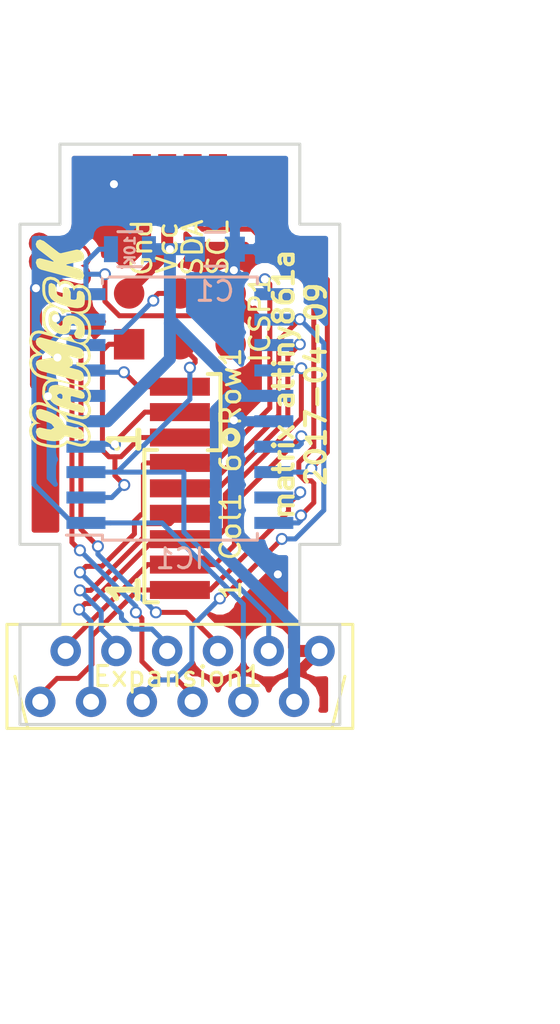
<source format=kicad_pcb>
(kicad_pcb (version 4) (host pcbnew 4.0.5+dfsg1-4)

  (general
    (links 37)
    (no_connects 0)
    (area 41.924999 44.924999 58.075001 74.075001)
    (thickness 1.6)
    (drawings 28)
    (tracks 284)
    (zones 0)
    (modules 9)
    (nets 19)
  )

  (page A4)
  (layers
    (0 F.Cu signal)
    (31 B.Cu signal)
    (32 B.Adhes user hide)
    (33 F.Adhes user hide)
    (34 B.Paste user hide)
    (35 F.Paste user hide)
    (36 B.SilkS user)
    (37 F.SilkS user)
    (38 B.Mask user hide)
    (39 F.Mask user hide)
    (40 Dwgs.User user)
    (41 Cmts.User user)
    (42 Eco1.User user)
    (43 Eco2.User user)
    (44 Edge.Cuts user)
    (45 Margin user)
    (46 B.CrtYd user hide)
    (47 F.CrtYd user)
    (48 B.Fab user hide)
    (49 F.Fab user hide)
  )

  (setup
    (last_trace_width 0.25)
    (user_trace_width 0.6)
    (trace_clearance 0.2)
    (zone_clearance 0.508)
    (zone_45_only no)
    (trace_min 0.2)
    (segment_width 0.2)
    (edge_width 0.15)
    (via_size 0.6)
    (via_drill 0.4)
    (via_min_size 0.4)
    (via_min_drill 0.3)
    (uvia_size 0.3)
    (uvia_drill 0.1)
    (uvias_allowed no)
    (uvia_min_size 0.2)
    (uvia_min_drill 0.1)
    (pcb_text_width 0.3)
    (pcb_text_size 1.5 1.5)
    (mod_edge_width 0.15)
    (mod_text_size 1 1)
    (mod_text_width 0.15)
    (pad_size 1.6 3.4)
    (pad_drill 0)
    (pad_to_mask_clearance 0.2)
    (aux_axis_origin 50 45)
    (visible_elements FFFFFF7F)
    (pcbplotparams
      (layerselection 0x00030_80000001)
      (usegerberextensions false)
      (excludeedgelayer true)
      (linewidth 0.100000)
      (plotframeref false)
      (viasonmask false)
      (mode 1)
      (useauxorigin false)
      (hpglpennumber 1)
      (hpglpenspeed 20)
      (hpglpendiameter 15)
      (hpglpenoverlay 2)
      (psnegative false)
      (psa4output false)
      (plotreference true)
      (plotvalue true)
      (plotinvisibletext false)
      (padsonsilk false)
      (subtractmaskfromsilk false)
      (outputformat 1)
      (mirror false)
      (drillshape 1)
      (scaleselection 1)
      (outputdirectory ""))
  )

  (net 0 "")
  (net 1 "Net-(Col1-Pad1)")
  (net 2 "Net-(Col1-Pad2)")
  (net 3 "Net-(Col1-Pad3)")
  (net 4 "Net-(Col1-Pad4)")
  (net 5 "Net-(Col1-Pad5)")
  (net 6 "Net-(Col1-Pad6)")
  (net 7 /MiSo)
  (net 8 +5V)
  (net 9 /SCL_2)
  (net 10 /MoSi)
  (net 11 /Rst)
  (net 12 GND)
  (net 13 "Net-(IC1-Pad4)")
  (net 14 "Net-(IC1-Pad7)")
  (net 15 /SCL)
  (net 16 /SDA)
  (net 17 /ADC_V)
  (net 18 /ADC_H+int0)

  (net_class Default "This is the default net class."
    (clearance 0.2)
    (trace_width 0.25)
    (via_dia 0.6)
    (via_drill 0.4)
    (uvia_dia 0.3)
    (uvia_drill 0.1)
    (add_net +5V)
    (add_net /ADC_H+int0)
    (add_net /ADC_V)
    (add_net /MiSo)
    (add_net /MoSi)
    (add_net /Rst)
    (add_net /SCL)
    (add_net /SCL_2)
    (add_net /SDA)
    (add_net GND)
    (add_net "Net-(Col1-Pad1)")
    (add_net "Net-(Col1-Pad2)")
    (add_net "Net-(Col1-Pad3)")
    (add_net "Net-(Col1-Pad4)")
    (add_net "Net-(Col1-Pad5)")
    (add_net "Net-(Col1-Pad6)")
    (add_net "Net-(IC1-Pad4)")
    (add_net "Net-(IC1-Pad7)")
  )

  (net_class power ""
    (clearance 0.3)
    (trace_width 0.4)
    (via_dia 0.8)
    (via_drill 0.6)
    (uvia_dia 0.3)
    (uvia_drill 0.1)
  )

  (module Housings_SOIC:SOIC-20W_7.5x12.8mm_Pitch1.27mm (layer B.Cu) (tedit 57503549) (tstamp 58E6045C)
    (at 50 58.215)
    (descr "20-Lead Plastic Small Outline (SO) - Wide, 7.50 mm Body [SOIC] (see Microchip Packaging Specification 00000049BS.pdf)")
    (tags "SOIC 1.27")
    (path /58E28365)
    (attr smd)
    (fp_text reference IC1 (at 0 7.5) (layer B.SilkS)
      (effects (font (size 1 1) (thickness 0.15)) (justify mirror))
    )
    (fp_text value ATTINY861A-S (at 0 -7.5) (layer B.Fab)
      (effects (font (size 1 1) (thickness 0.15)) (justify mirror))
    )
    (fp_line (start -2.75 6.4) (end 3.75 6.4) (layer B.Fab) (width 0.15))
    (fp_line (start 3.75 6.4) (end 3.75 -6.4) (layer B.Fab) (width 0.15))
    (fp_line (start 3.75 -6.4) (end -3.75 -6.4) (layer B.Fab) (width 0.15))
    (fp_line (start -3.75 -6.4) (end -3.75 5.4) (layer B.Fab) (width 0.15))
    (fp_line (start -3.75 5.4) (end -2.75 6.4) (layer B.Fab) (width 0.15))
    (fp_line (start -5.95 6.75) (end -5.95 -6.75) (layer B.CrtYd) (width 0.05))
    (fp_line (start 5.95 6.75) (end 5.95 -6.75) (layer B.CrtYd) (width 0.05))
    (fp_line (start -5.95 6.75) (end 5.95 6.75) (layer B.CrtYd) (width 0.05))
    (fp_line (start -5.95 -6.75) (end 5.95 -6.75) (layer B.CrtYd) (width 0.05))
    (fp_line (start -3.875 6.575) (end -3.875 6.325) (layer B.SilkS) (width 0.15))
    (fp_line (start 3.875 6.575) (end 3.875 6.24) (layer B.SilkS) (width 0.15))
    (fp_line (start 3.875 -6.575) (end 3.875 -6.24) (layer B.SilkS) (width 0.15))
    (fp_line (start -3.875 -6.575) (end -3.875 -6.24) (layer B.SilkS) (width 0.15))
    (fp_line (start -3.875 6.575) (end 3.875 6.575) (layer B.SilkS) (width 0.15))
    (fp_line (start -3.875 -6.575) (end 3.875 -6.575) (layer B.SilkS) (width 0.15))
    (fp_line (start -3.875 6.325) (end -5.675 6.325) (layer B.SilkS) (width 0.15))
    (pad 1 smd rect (at -4.7 5.715) (size 1.95 0.6) (layers B.Cu B.Paste B.Mask)
      (net 10 /MoSi))
    (pad 2 smd rect (at -4.7 4.445) (size 1.95 0.6) (layers B.Cu B.Paste B.Mask)
      (net 7 /MiSo))
    (pad 3 smd rect (at -4.7 3.175) (size 1.95 0.6) (layers B.Cu B.Paste B.Mask)
      (net 9 /SCL_2))
    (pad 4 smd rect (at -4.7 1.905) (size 1.95 0.6) (layers B.Cu B.Paste B.Mask)
      (net 13 "Net-(IC1-Pad4)"))
    (pad 5 smd rect (at -4.7 0.635) (size 1.95 0.6) (layers B.Cu B.Paste B.Mask)
      (net 8 +5V))
    (pad 6 smd rect (at -4.7 -0.635) (size 1.95 0.6) (layers B.Cu B.Paste B.Mask)
      (net 12 GND))
    (pad 7 smd rect (at -4.7 -1.905) (size 1.95 0.6) (layers B.Cu B.Paste B.Mask)
      (net 14 "Net-(IC1-Pad7)"))
    (pad 8 smd rect (at -4.7 -3.175) (size 1.95 0.6) (layers B.Cu B.Paste B.Mask)
      (net 17 /ADC_V))
    (pad 9 smd rect (at -4.7 -4.445) (size 1.95 0.6) (layers B.Cu B.Paste B.Mask)
      (net 18 /ADC_H+int0))
    (pad 10 smd rect (at -4.7 -5.715) (size 1.95 0.6) (layers B.Cu B.Paste B.Mask)
      (net 11 /Rst))
    (pad 11 smd rect (at 4.7 -5.715) (size 1.95 0.6) (layers B.Cu B.Paste B.Mask)
      (net 6 "Net-(Col1-Pad6)"))
    (pad 12 smd rect (at 4.7 -4.445) (size 1.95 0.6) (layers B.Cu B.Paste B.Mask)
      (net 5 "Net-(Col1-Pad5)"))
    (pad 13 smd rect (at 4.7 -3.175) (size 1.95 0.6) (layers B.Cu B.Paste B.Mask)
      (net 4 "Net-(Col1-Pad4)"))
    (pad 14 smd rect (at 4.7 -1.905) (size 1.95 0.6) (layers B.Cu B.Paste B.Mask)
      (net 3 "Net-(Col1-Pad3)"))
    (pad 15 smd rect (at 4.7 -0.635) (size 1.95 0.6) (layers B.Cu B.Paste B.Mask)
      (net 8 +5V))
    (pad 16 smd rect (at 4.7 0.635) (size 1.95 0.6) (layers B.Cu B.Paste B.Mask)
      (net 12 GND))
    (pad 17 smd rect (at 4.7 1.905) (size 1.95 0.6) (layers B.Cu B.Paste B.Mask)
      (net 2 "Net-(Col1-Pad2)"))
    (pad 18 smd rect (at 4.7 3.175) (size 1.95 0.6) (layers B.Cu B.Paste B.Mask)
      (net 15 /SCL))
    (pad 19 smd rect (at 4.7 4.445) (size 1.95 0.6) (layers B.Cu B.Paste B.Mask)
      (net 1 "Net-(Col1-Pad1)"))
    (pad 20 smd rect (at 4.7 5.715) (size 1.95 0.6) (layers B.Cu B.Paste B.Mask)
      (net 16 /SDA))
    (model Housings_SOIC.3dshapes/SOIC-20_7.5x12.8mm_Pitch1.27mm.wrl
      (at (xyz 0 0 0))
      (scale (xyz 1 1 1))
      (rotate (xyz 0 0 0))
    )
  )

  (module myComponents:solderPads_4_Grove_I2C (layer F.Cu) (tedit 58E53D59) (tstamp 58E55026)
    (at 50 47 180)
    (path /58E54ECF)
    (fp_text reference I2C1 (at 0.635 2.54 180) (layer F.SilkS) hide
      (effects (font (size 1 1) (thickness 0.15)))
    )
    (fp_text value CONN_01X04 (at 0.635 2.54 180) (layer F.Fab)
      (effects (font (size 1 1) (thickness 0.15)))
    )
    (fp_text user SDA (at -0.635 -3.175 270) (layer F.SilkS)
      (effects (font (size 1 1) (thickness 0.15)))
    )
    (fp_text user SCL (at -1.905 -3.175 270) (layer F.SilkS)
      (effects (font (size 1 1) (thickness 0.15)))
    )
    (fp_text user Gnd (at 1.905 -3.175 270) (layer F.SilkS)
      (effects (font (size 1 1) (thickness 0.15)))
    )
    (fp_text user Vcc (at 0.635 -3.175 270) (layer F.SilkS)
      (effects (font (size 1 1) (thickness 0.15)))
    )
    (pad 1 smd rect (at -1.905 0 180) (size 0.9 3) (layers F.Cu F.Paste F.Mask)
      (net 15 /SCL))
    (pad 2 smd rect (at -0.635 0 180) (size 0.9 3) (layers F.Cu F.Paste F.Mask)
      (net 16 /SDA))
    (pad 3 smd rect (at 0.635 0 180) (size 0.9 3) (layers F.Cu F.Paste F.Mask)
      (net 8 +5V))
    (pad 4 smd rect (at 1.905 0 180) (size 0.9 3) (layers F.Cu F.Paste F.Mask)
      (net 12 GND))
  )

  (module Resistors_SMD:R_0805 (layer B.Cu) (tedit 58E66A9B) (tstamp 58E67486)
    (at 47.5 50.25)
    (descr "Resistor SMD 0805, reflow soldering, Vishay (see dcrcw.pdf)")
    (tags "resistor 0805")
    (path /58E6A84A)
    (attr smd)
    (fp_text reference R1 (at 2.254999 0.065) (layer B.Fab)
      (effects (font (size 1 1) (thickness 0.15)) (justify mirror))
    )
    (fp_text value 10K (at 0.004999 0.065 90) (layer B.SilkS)
      (effects (font (size 0.5 0.5) (thickness 0.125)) (justify mirror))
    )
    (fp_line (start -1 -0.625) (end -1 0.625) (layer B.Fab) (width 0.1))
    (fp_line (start 1 -0.625) (end -1 -0.625) (layer B.Fab) (width 0.1))
    (fp_line (start 1 0.625) (end 1 -0.625) (layer B.Fab) (width 0.1))
    (fp_line (start -1 0.625) (end 1 0.625) (layer B.Fab) (width 0.1))
    (fp_line (start -1.6 1) (end 1.6 1) (layer B.CrtYd) (width 0.05))
    (fp_line (start -1.6 -1) (end 1.6 -1) (layer B.CrtYd) (width 0.05))
    (fp_line (start -1.6 1) (end -1.6 -1) (layer B.CrtYd) (width 0.05))
    (fp_line (start 1.6 1) (end 1.6 -1) (layer B.CrtYd) (width 0.05))
    (fp_line (start 0.6 -0.875) (end -0.6 -0.875) (layer B.SilkS) (width 0.15))
    (fp_line (start -0.6 0.875) (end 0.6 0.875) (layer B.SilkS) (width 0.15))
    (pad 1 smd rect (at -0.95 0) (size 0.7 1.3) (layers B.Cu B.Paste B.Mask)
      (net 11 /Rst))
    (pad 2 smd rect (at 0.95 0) (size 0.7 1.3) (layers B.Cu B.Paste B.Mask)
      (net 8 +5V))
    (model Resistors_SMD.3dshapes/R_0805.wrl
      (at (xyz 0 0 0))
      (scale (xyz 1 1 1))
      (rotate (xyz 0 0 0))
    )
  )

  (module myComponents:solderPads_6 (layer F.Cu) (tedit 58E54D6B) (tstamp 58E67BBF)
    (at 50 64.107 90)
    (path /58E2887C)
    (fp_text reference Col1 (at 0 2.54 90) (layer F.SilkS)
      (effects (font (size 1 1) (thickness 0.15)))
    )
    (fp_text value CONN_01X06 (at 0.635 -2.54 90) (layer F.Fab)
      (effects (font (size 1 1) (thickness 0.15)))
    )
    (fp_text user 6 (at 3.175 2.54 90) (layer F.SilkS)
      (effects (font (size 1 1) (thickness 0.15)))
    )
    (fp_text user 1 (at -3.175 2.54 90) (layer F.SilkS)
      (effects (font (size 1 1) (thickness 0.15)))
    )
    (pad 1 smd rect (at -3.175 0 90) (size 0.9 3) (layers F.Cu F.Paste F.Mask)
      (net 1 "Net-(Col1-Pad1)"))
    (pad 2 smd rect (at -1.905 0 90) (size 0.9 3) (layers F.Cu F.Paste F.Mask)
      (net 2 "Net-(Col1-Pad2)"))
    (pad 3 smd rect (at -0.635 0 90) (size 0.9 3) (layers F.Cu F.Paste F.Mask)
      (net 3 "Net-(Col1-Pad3)"))
    (pad 4 smd rect (at 0.635 0 90) (size 0.9 3) (layers F.Cu F.Paste F.Mask)
      (net 4 "Net-(Col1-Pad4)"))
    (pad 5 smd rect (at 1.905 0 90) (size 0.9 3) (layers F.Cu F.Paste F.Mask)
      (net 5 "Net-(Col1-Pad5)"))
    (pad 6 smd rect (at 3.175 0 90) (size 0.9 3) (layers F.Cu F.Paste F.Mask)
      (net 6 "Net-(Col1-Pad6)"))
  )

  (module myComponents:ICSP_BIG_pads (layer F.Cu) (tedit 58E2AA5E) (tstamp 58E67BDE)
    (at 50 53.73 90)
    (path /58E2874F)
    (fp_text reference ICSP1 (at 0 4 90) (layer F.SilkS)
      (effects (font (size 1 1) (thickness 0.15)))
    )
    (fp_text value CONN_02X03 (at 0 -5.08 90) (layer F.Fab)
      (effects (font (size 1 1) (thickness 0.15)))
    )
    (pad 1 smd rect (at -1.27 -2.54 90) (size 1.524 1.524) (layers F.Cu F.Paste F.Mask)
      (net 7 /MiSo))
    (pad 2 smd circle (at 1.27 -2.54 90) (size 1.524 1.524) (layers F.Cu F.Paste F.Mask)
      (net 8 +5V))
    (pad 3 smd circle (at -1.27 0 90) (size 1.524 1.524) (layers F.Cu F.Paste F.Mask)
      (net 9 /SCL_2))
    (pad 4 smd circle (at 1.27 0 90) (size 1.524 1.524) (layers F.Cu F.Paste F.Mask)
      (net 10 /MoSi))
    (pad 5 smd circle (at -1.27 2.54 90) (size 1.524 1.524) (layers F.Cu F.Paste F.Mask)
      (net 11 /Rst))
    (pad 6 smd circle (at 1.27 2.54 90) (size 1.524 1.524) (layers F.Cu F.Paste F.Mask)
      (net 12 GND))
  )

  (module myComponents:solderPads_3 (layer F.Cu) (tedit 58E54DB4) (tstamp 58E67BE6)
    (at 50 58.392 90)
    (path /58E288CF)
    (fp_text reference Row1 (at 1.27 2.54 90) (layer F.SilkS)
      (effects (font (size 1 1) (thickness 0.15)))
    )
    (fp_text value CONN_01X03 (at 0.635 -2.54 90) (layer F.Fab)
      (effects (font (size 1 1) (thickness 0.15)))
    )
    (fp_circle (center -1.27 2.54) (end -1.27 2.2) (layer F.SilkS) (width 0.3))
    (pad 1 smd rect (at -1.27 0 90) (size 0.9 3) (layers F.Cu F.Paste F.Mask)
      (net 7 /MiSo))
    (pad 2 smd rect (at 0 0 90) (size 0.9 3) (layers F.Cu F.Paste F.Mask)
      (net 13 "Net-(IC1-Pad4)"))
    (pad 3 smd rect (at 1.27 0 90) (size 0.9 3) (layers F.Cu F.Paste F.Mask)
      (net 14 "Net-(IC1-Pad7)"))
  )

  (module myComponents:microMatch-12_90_THT (layer F.Cu) (tedit 58E6787B) (tstamp 58E67BC0)
    (at 50 71.6)
    (path /58E38DE5)
    (fp_text reference Expansion1 (at -0.1 0) (layer F.SilkS)
      (effects (font (size 1 1) (thickness 0.15)))
    )
    (fp_text value CONN_01X12 (at -2.54 -3.81) (layer F.Fab)
      (effects (font (size 1 1) (thickness 0.15)))
    )
    (fp_line (start 8.255 0) (end 7.62 2.54) (layer F.SilkS) (width 0.15))
    (fp_line (start -8.255 0) (end -7.62 2.54) (layer F.SilkS) (width 0.15))
    (fp_line (start 8.65 -2.6) (end -8.65 -2.6) (layer F.SilkS) (width 0.15))
    (fp_line (start -8.65 2.6) (end -8.65 -2.6) (layer F.SilkS) (width 0.15))
    (fp_line (start -8.65 2.6) (end 8.65 2.6) (layer F.SilkS) (width 0.15))
    (fp_line (start 8.65 -2.6) (end 8.65 2.6) (layer F.SilkS) (width 0.15))
    (pad 1 thru_hole circle (at -6.985 1.27) (size 1.524 1.524) (drill 0.8) (layers *.Cu *.Mask)
      (net 1 "Net-(Col1-Pad1)"))
    (pad 2 thru_hole circle (at -5.715 -1.27) (size 1.524 1.524) (drill 0.8) (layers *.Cu *.Mask)
      (net 2 "Net-(Col1-Pad2)"))
    (pad 3 thru_hole circle (at -4.445 1.27) (size 1.524 1.524) (drill 0.8) (layers *.Cu *.Mask)
      (net 3 "Net-(Col1-Pad3)"))
    (pad 4 thru_hole circle (at -3.175 -1.27) (size 1.524 1.524) (drill 0.8) (layers *.Cu *.Mask)
      (net 4 "Net-(Col1-Pad4)"))
    (pad 5 thru_hole circle (at -1.905 1.27) (size 1.524 1.524) (drill 0.8) (layers *.Cu *.Mask)
      (net 5 "Net-(Col1-Pad5)"))
    (pad 6 thru_hole circle (at -0.635 -1.27) (size 1.524 1.524) (drill 0.8) (layers *.Cu *.Mask)
      (net 6 "Net-(Col1-Pad6)"))
    (pad 7 thru_hole circle (at 0.635 1.27) (size 1.524 1.524) (drill 0.8) (layers *.Cu *.Mask)
      (net 17 /ADC_V))
    (pad 8 thru_hole circle (at 1.905 -1.27) (size 1.524 1.524) (drill 0.8) (layers *.Cu *.Mask)
      (net 18 /ADC_H+int0))
    (pad 9 thru_hole circle (at 3.175 1.27) (size 1.524 1.524) (drill 0.8) (layers *.Cu *.Mask)
      (net 10 /MoSi))
    (pad 10 thru_hole circle (at 4.445 -1.27) (size 1.524 1.524) (drill 0.8) (layers *.Cu *.Mask)
      (net 9 /SCL_2))
    (pad 11 thru_hole circle (at 5.715 1.27) (size 1.524 1.524) (drill 0.8) (layers *.Cu *.Mask)
      (net 8 +5V))
    (pad 12 thru_hole circle (at 6.985 -1.27) (size 1.524 1.524) (drill 0.8) (layers *.Cu *.Mask)
      (net 12 GND))
    (model /mnt/gruscht/projects/keyboard/kicad_boards/myComponents.pretty/3d-models/micro-match_12.wrl
      (at (xyz 0 0 0))
      (scale (xyz 1 1 1))
      (rotate (xyz 0 0 0))
    )
  )

  (module Capacitors_SMD:C_0805 (layer B.Cu) (tedit 5415D6EA) (tstamp 58E7B218)
    (at 51.75 50.25)
    (descr "Capacitor SMD 0805, reflow soldering, AVX (see smccp.pdf)")
    (tags "capacitor 0805")
    (path /58E7C0BD)
    (attr smd)
    (fp_text reference C1 (at 0 2.1) (layer B.SilkS)
      (effects (font (size 1 1) (thickness 0.15)) (justify mirror))
    )
    (fp_text value 10µF (at 0 -2.1) (layer B.Fab)
      (effects (font (size 1 1) (thickness 0.15)) (justify mirror))
    )
    (fp_line (start -1 -0.625) (end -1 0.625) (layer B.Fab) (width 0.15))
    (fp_line (start 1 -0.625) (end -1 -0.625) (layer B.Fab) (width 0.15))
    (fp_line (start 1 0.625) (end 1 -0.625) (layer B.Fab) (width 0.15))
    (fp_line (start -1 0.625) (end 1 0.625) (layer B.Fab) (width 0.15))
    (fp_line (start -1.8 1) (end 1.8 1) (layer B.CrtYd) (width 0.05))
    (fp_line (start -1.8 -1) (end 1.8 -1) (layer B.CrtYd) (width 0.05))
    (fp_line (start -1.8 1) (end -1.8 -1) (layer B.CrtYd) (width 0.05))
    (fp_line (start 1.8 1) (end 1.8 -1) (layer B.CrtYd) (width 0.05))
    (fp_line (start 0.5 0.85) (end -0.5 0.85) (layer B.SilkS) (width 0.15))
    (fp_line (start -0.5 -0.85) (end 0.5 -0.85) (layer B.SilkS) (width 0.15))
    (pad 1 smd rect (at -1 0) (size 1 1.25) (layers B.Cu B.Paste B.Mask)
      (net 8 +5V))
    (pad 2 smd rect (at 1 0) (size 1 1.25) (layers B.Cu B.Paste B.Mask)
      (net 12 GND))
    (model Capacitors_SMD.3dshapes/C_0805.wrl
      (at (xyz 0 0 0))
      (scale (xyz 1 1 1))
      (rotate (xyz 0 0 0))
    )
  )

  (module myComponents:logo (layer F.Cu) (tedit 58EA325D) (tstamp 58EA2735)
    (at 44 54.8 90)
    (descr "Imported from logo.svg")
    (tags svg2mod)
    (attr smd)
    (fp_text reference svg2mod (at 0 -4.613096 90) (layer F.SilkS) hide
      (effects (font (thickness 0.3048)))
    )
    (fp_text value G*** (at 0 4.613096 90) (layer F.SilkS) hide
      (effects (font (thickness 0.3048)))
    )
    (fp_poly (pts (xy -4.527974 -1.547938) (xy -4.527974 -1.398559) (xy -4.387832 -1.377063) (xy -4.273863 -1.31257)
      (xy -4.195325 -1.21165) (xy -4.169132 -1.073342) (xy -4.184015 -0.94987) (xy -4.092443 -1.140424)
      (xy -3.944788 -1.286111) (xy -3.778417 -1.370377) (xy -3.600829 -1.398559) (xy -3.456832 -1.377063)
      (xy -3.339002 -1.31257) (xy -3.260463 -1.208787) (xy -3.234271 -1.069484) (xy -3.253013 -0.934987)
      (xy -3.256871 -0.916246) (xy -3.33836 -0.648877) (xy -3.431136 -0.410815) (xy -3.535201 -0.202057)
      (xy -3.650558 -0.022601) (xy -3.777209 0.127555) (xy -3.915156 0.248412) (xy -4.064401 0.339974)
      (xy -4.221498 0.934735) (xy -4.3112 1.129867) (xy -4.460725 1.282001) (xy -4.629086 1.369131)
      (xy -4.812401 1.398307) (xy -4.954414 1.377804) (xy -5.066511 1.316176) (xy -5.147637 1.210524)
      (xy -5.174549 1.07309) (xy -5.156359 0.934735) (xy -4.999263 0.339974) (xy -5.132185 0.205377)
      (xy -5.211918 0.015944) (xy -5.23849 -0.228329) (xy -5.226401 -0.424869) (xy -5.19018 -0.650521)
      (xy -5.129901 -0.905221) (xy -5.122184 -0.934987) (xy -5.031762 -1.130394) (xy -4.879649 -1.282804)
      (xy -4.711289 -1.369658) (xy -4.527974 -1.398559) (xy -4.527974 -1.547938) (xy -4.757839 -1.511174)
      (xy -4.967292 -1.404071) (xy -5.09977 -1.284547) (xy -5.200417 -1.139996) (xy -5.266602 -0.974675)
      (xy -5.274319 -0.943806) (xy -5.336853 -0.679919) (xy -5.374978 -0.441911) (xy -5.387869 -0.228329)
      (xy -5.360518 0.004594) (xy -5.2827 0.203231) (xy -5.160769 0.366983) (xy -5.300777 0.896701)
      (xy -5.323928 1.07309) (xy -5.282444 1.270369) (xy -5.162974 1.430278) (xy -5.162422 1.430278)
      (xy -5.000698 1.519076) (xy -4.812401 1.547687) (xy -4.582271 1.510573) (xy -4.373082 1.403268)
      (xy -4.242394 1.283596) (xy -4.142859 1.139404) (xy -4.077079 0.974423) (xy -3.933212 0.42872)
      (xy -3.513769 0.056861) (xy -3.427156 -0.153308) (xy -3.328989 -0.331396) (xy -3.219389 -0.477478)
      (xy -3.055268 -0.622171) (xy -2.870385 -0.709156) (xy -2.664866 -0.738203) (xy -2.522652 -0.738203)
      (xy -2.321848 -0.707157) (xy -2.17704 -0.612526) (xy -2.089178 -0.454034) (xy -2.059632 -0.234392)
      (xy -2.069427 -0.082849) (xy -2.09882 0.096486) (xy -2.147826 0.304145) (xy -2.147826 0.30635)
      (xy -2.191844 0.468966) (xy -2.223894 0.585265) (xy -2.287845 0.81374) (xy -2.350122 1.052144)
      (xy -2.420681 1.202734) (xy -2.537535 1.320035) (xy -2.669875 1.387654) (xy -2.812592 1.410434)
      (xy -3.008824 1.343737) (xy -3.095365 1.149158) (xy -3.095365 1.143646) (xy -3.25191 1.325547)
      (xy -3.379311 1.38899) (xy -3.517045 1.410434) (xy -3.720443 1.343737) (xy -3.803125 1.149158)
      (xy -3.788794 1.046081) (xy -3.788794 1.044427) (xy -3.588703 0.299184) (xy -3.513769 0.056861)
      (xy -3.933212 0.42872) (xy -3.741941 0.293672) (xy -3.933212 1.005842) (xy -3.937622 1.040569)
      (xy -3.952505 1.149158) (xy -3.918619 1.318886) (xy -3.815252 1.459492) (xy -3.674471 1.535629)
      (xy -3.517045 1.559813) (xy -3.333882 1.53094) (xy -3.167023 1.448468) (xy -3.137257 1.414844)
      (xy -3.104736 1.45839) (xy -2.969803 1.53404) (xy -2.225812 1.209529) (xy -2.252006 1.07309)
      (xy -2.233264 0.934735) (xy -1.73221 -0.934987) (xy -1.642508 -1.12753) (xy -1.492982 -1.278945)
      (xy -1.317301 -1.368663) (xy -1.134141 -1.398559) (xy -0.960433 -1.367363) (xy -0.843176 -1.273818)
      (xy -0.782466 -1.117991) (xy -0.733959 -0.811515) (xy -0.520639 -1.117991) (xy -0.378996 -1.273818)
      (xy -0.213274 -1.367363) (xy -0.023442 -1.398559) (xy 0.120558 -1.376071) (xy 0.238385 -1.308711)
      (xy 0.316922 -1.203058) (xy 0.343116 -1.065625) (xy 0.324375 -0.934987) (xy -0.17668 0.934735)
      (xy -0.263519 1.129866) (xy -0.412049 1.282001) (xy -0.583273 1.369131) (xy -0.767583 1.398307)
      (xy -0.908719 1.376812) (xy -1.025552 1.312317) (xy -1.104089 1.209529) (xy -1.130283 1.07309)
      (xy -1.111541 0.934735) (xy -1.081776 0.826146) (xy -1.268086 0.826146) (xy -1.294545 0.934735)
      (xy -1.384247 1.129866) (xy -1.533772 1.282001) (xy -1.704997 1.369131) (xy -1.889306 1.398307)
      (xy -2.030442 1.376812) (xy -2.147275 1.312317) (xy -2.225812 1.209529) (xy -2.969803 1.53404)
      (xy -2.812592 1.559813) (xy -2.623431 1.529268) (xy -2.451546 1.442404) (xy -2.34461 1.29082)
      (xy -2.242084 1.428073) (xy -2.077956 1.517902) (xy -1.889306 1.547687) (xy -1.658831 1.51086)
      (xy -1.447783 1.40437) (xy -1.340164 1.308606) (xy -1.253755 1.197665) (xy -1.204698 1.324406)
      (xy -1.120361 1.428073) (xy -0.956232 1.517902) (xy -0.767583 1.547687) (xy -0.083152 1.162309)
      (xy -0.114944 1.006393) (xy -0.089836 0.860008) (xy -0.014072 0.724171) (xy 0.101484 0.620183)
      (xy 0.247204 0.55605) (xy 0.154567 0.400374) (xy 0.123181 0.203272) (xy 0.149998 -0.01726)
      (xy 0.230344 -0.22674) (xy 0.364062 -0.425113) (xy 0.547822 -0.598853) (xy 0.754613 -0.703316)
      (xy 0.983628 -0.738203) (xy 1.126393 -0.738203) (xy 1.355869 -0.707819) (xy 1.527677 -0.614731)
      (xy 1.621854 -0.489832) (xy 1.653354 -0.33306) (xy 1.628645 -0.186523) (xy 1.554687 -0.05194)
      (xy 1.43769 0.053993) (xy 1.291757 0.118937) (xy 1.383805 0.27482) (xy 1.414678 0.473368)
      (xy 1.387573 0.692636) (xy 1.306327 0.901731) (xy 1.171041 1.1001) (xy 0.986629 1.273952)
      (xy 0.781277 1.378696) (xy 0.555334 1.413741) (xy 0.412569 1.413741) (xy 0.183093 1.382806)
      (xy 0.011284 1.289167) (xy -0.083152 1.162309) (xy -0.767583 1.547687) (xy -0.537108 1.51086)
      (xy -0.32606 1.40437) (xy -0.188807 1.263259) (xy -0.087935 1.401063) (xy 0.055992 1.493742)
      (xy 0.224599 1.546438) (xy 0.412569 1.56312) (xy 0.555334 1.56312) (xy 0.760409 1.538625)
      (xy 1.432317 0.911584) (xy 1.442704 0.753739) (xy 1.474282 0.56055) (xy 1.527677 0.332808)
      (xy 1.608172 0.070819) (xy 1.694014 -0.146722) (xy 1.785095 -0.320933) (xy 1.924292 -0.502922)
      (xy 2.084008 -0.633381) (xy 2.264043 -0.711935) (xy 2.464192 -0.738203) (xy 2.748619 -0.738203)
      (xy 2.959183 -0.66434) (xy 3.029739 -0.475825) (xy 2.997586 -0.313222) (xy 2.901857 -0.164388)
      (xy 2.788534 -0.068843) (xy 2.657118 -0.016662) (xy 2.768463 0.046727) (xy 2.838467 0.235794)
      (xy 2.807421 0.397522) (xy 2.71279 0.545577) (xy 2.599466 0.641122) (xy 2.468051 0.693303)
      (xy 2.579396 0.756693) (xy 2.648298 0.945208) (xy 2.616976 1.106937) (xy 2.52207 1.254991)
      (xy 2.365897 1.373458) (xy 2.17756 1.413741) (xy 1.893133 1.413741) (xy 1.692176 1.382423)
      (xy 1.547521 1.287513) (xy 1.460856 1.129811) (xy 1.432317 0.911584) (xy 0.760409 1.538625)
      (xy 0.952584 1.467208) (xy 1.128725 1.351969) (xy 1.285694 1.196011) (xy 1.314908 1.148055)
      (xy 1.362247 1.277136) (xy 1.437278 1.388385) (xy 1.564903 1.48769) (xy 1.719786 1.54482)
      (xy 1.893133 1.56312) (xy 2.17756 1.56312) (xy 2.347751 1.53821) (xy 2.50233 1.466997)
      (xy 2.633415 1.354761) (xy 2.754779 1.162293) (xy 2.797677 0.945208) (xy 2.771503 0.824994)
      (xy 2.710034 0.713147) (xy 2.824136 0.645347) (xy 2.824687 0.644796) (xy 2.945458 0.452276)
      (xy 2.987847 0.235794) (xy 2.961442 0.114636) (xy 2.899652 0.003181) (xy 3.013202 -0.064618)
      (xy 3.013754 -0.065169) (xy 3.135501 -0.257613) (xy 3.179118 -0.475825) (xy 3.151127 -0.632673)
      (xy 3.067222 -0.767969) (xy 2.92066 -0.86018) (xy 2.748619 -0.887583) (xy 2.464192 -0.887583)
      (xy 2.263077 -0.86043) (xy 2.079317 -0.783709) (xy 1.91326 -0.66453) (xy 1.765251 -0.51)
      (xy 1.710012 -0.627648) (xy 1.626345 -0.727179) (xy 1.625794 -0.727179) (xy 1.482014 -0.819271)
      (xy 1.313733 -0.871249) (xy 1.126393 -0.887583) (xy 0.983628 -0.887583) (xy 0.77342 -0.856548)
      (xy 0.579652 -0.771494) (xy 0.401545 -0.644497) (xy 0.468242 -0.894748) (xy 0.492495 -1.065625)
      (xy 0.452379 -1.262342) (xy 0.33595 -1.422261) (xy 0.169544 -1.516551) (xy -0.023442 -1.547938)
      (xy -0.20388 -1.524592) (xy -0.370189 -1.456973) (xy -0.518154 -1.348709) (xy -0.64356 -1.203429)
      (xy -0.65734 -1.183585) (xy -0.709236 -1.32859) (xy -0.801207 -1.445412) (xy -0.955403 -1.524002)
      (xy -1.134141 -1.547938) (xy -1.364161 -1.510249) (xy -1.578421 -1.401866) (xy -1.710314 -1.281637)
      (xy -1.81019 -1.138307) (xy -1.876077 -0.975226) (xy -1.985218 -0.568429) (xy -2.066798 -0.713399)
      (xy -2.194678 -0.812544) (xy -2.349595 -0.869417) (xy -2.522652 -0.887583) (xy -2.664866 -0.887583)
      (xy -2.855619 -0.861243) (xy -3.031858 -0.78897) (xy -3.194033 -0.680877) (xy -3.112453 -0.877661)
      (xy -3.106389 -0.90467) (xy -3.108594 -0.896953) (xy -3.084892 -1.069484) (xy -3.125426 -1.268508)
      (xy -3.244193 -1.428325) (xy -3.409842 -1.518377) (xy -3.600829 -1.547938) (xy -3.824525 -1.511932)
      (xy -4.030226 -1.408481) (xy -4.106845 -1.332964) (xy -4.179606 -1.427773) (xy -4.341137 -1.517929)
      (xy -4.527974 -1.547938)) (layer F.SilkS) (width 0))
    (fp_poly (pts (xy -2.701246 -0.575043) (xy -2.749753 -0.151159) (xy -2.664866 -0.02934) (xy -2.678646 0.067674)
      (xy -2.749753 0.124449) (xy -2.891967 0.124449) (xy -2.937166 0.067674) (xy -2.860496 -0.096403)
      (xy -2.749753 -0.151159) (xy -2.701246 -0.575043) (xy -2.88135 -0.545797) (xy -3.038491 -0.457631)
      (xy -3.173086 -0.309909) (xy -3.266686 -0.147) (xy -3.353027 0.064883) (xy -3.432158 0.325642)
      (xy -3.625083 1.049939) (xy -3.625083 1.051593) (xy -3.633902 1.108919) (xy -3.595868 1.211997)
      (xy -3.479011 1.246172) (xy -3.320812 1.193806) (xy -3.219389 1.046081) (xy -3.219389 1.044427)
      (xy -3.100877 0.597943) (xy -3.073868 0.554397) (xy -3.029219 0.540065) (xy -2.842909 0.540065)
      (xy -2.801567 0.558255) (xy -2.79826 0.605108) (xy -2.918976 1.049939) (xy -2.918976 1.051593)
      (xy -2.926142 1.108919) (xy -2.888659 1.211997) (xy -2.772904 1.246172) (xy -2.616359 1.193806)
      (xy -2.513833 1.044427) (xy -2.322561 0.332808) (xy -2.320908 0.332808) (xy -2.3176 0.320681)
      (xy -2.26857 0.115224) (xy -2.238852 -0.059014) (xy -2.228855 -0.201871) (xy -2.249907 -0.366743)
      (xy -2.312088 -0.482991) (xy -2.4151 -0.552029) (xy -2.560686 -0.575043) (xy -2.701246 -0.575043)) (layer F.SilkS) (width 0))
    (fp_poly (pts (xy 0.94601 -0.574909) (xy 1.088487 -0.574909) (xy 1.265989 -0.552729) (xy 1.394406 -0.488189)
      (xy 1.484465 -0.300921) (xy 1.405361 -0.10984) (xy 1.219522 -0.028837) (xy 1.095629 -0.093648)
      (xy 0.958394 -0.171323) (xy 0.825448 -0.151312) (xy 0.721096 -0.023607) (xy 0.726323 0.060734)
      (xy 0.765875 0.11315) (xy 0.818291 0.127443) (xy 0.904541 0.131283) (xy 1.053498 0.16008)
      (xy 1.158521 0.239452) (xy 1.222986 0.35506) (xy 1.244772 0.500578) (xy 1.224757 0.673628)
      (xy 1.164398 0.838467) (xy 1.063221 0.995671) (xy 0.923495 1.134523) (xy 0.766125 1.217978)
      (xy 0.591 1.24584) (xy 0.449 1.24584) (xy 0.27224 1.223919) (xy 0.14451 1.159589)
      (xy 0.054452 0.972321) (xy 0.130217 0.783147) (xy 0.31939 0.698325) (xy 0.438041 0.765035)
      (xy 0.571464 0.8408) (xy 0.713464 0.820789) (xy 0.818296 0.693085) (xy 0.812536 0.608743)
      (xy 0.772984 0.558237) (xy 0.721048 0.543943) (xy 0.634317 0.540103) (xy 0.484464 0.510378)
      (xy 0.377002 0.428601) (xy 0.313976 0.314437) (xy 0.292181 0.168902) (xy 0.312683 -0.004106)
      (xy 0.373954 -0.168952) (xy 0.475637 -0.326191) (xy 0.614856 -0.464676) (xy 0.771291 -0.54744)
      (xy 0.945952 -0.574929) (xy 0.94601 -0.574909)) (layer F.SilkS) (width 0))
    (fp_poly (pts (xy 2.428424 -0.574909) (xy 2.710995 -0.574909) (xy 2.824404 -0.540605) (xy 2.862046 -0.435773)
      (xy 2.784852 -0.254223) (xy 2.595677 -0.171311) (xy 2.457013 -0.171311) (xy 2.298334 -0.136996)
      (xy 2.230542 -0.055133) (xy 2.172536 0.086486) (xy 2.170616 0.091713) (xy 2.172536 0.122209)
      (xy 2.201123 0.135073) (xy 2.519908 0.135073) (xy 2.633317 0.170817) (xy 2.67144 0.275169)
      (xy 2.593765 0.45529) (xy 2.402684 0.540111) (xy 2.091524 0.540111) (xy 2.060548 0.549178)
      (xy 2.042916 0.572527) (xy 2.039076 0.579674) (xy 2.022873 0.714526) (xy 2.033838 0.783145)
      (xy 2.07339 0.826505) (xy 2.188706 0.840798) (xy 2.330706 0.840798) (xy 2.444115 0.877011)
      (xy 2.482237 0.981363) (xy 2.404563 1.161485) (xy 2.215388 1.245826) (xy 1.930912 1.245826)
      (xy 1.786269 1.223002) (xy 1.684556 1.154338) (xy 1.62278 1.038128) (xy 1.601644 0.873197)
      (xy 1.61156 0.727582) (xy 1.641489 0.548667) (xy 1.691703 0.336647) (xy 1.773843 0.071344)
      (xy 1.861458 -0.143031) (xy 1.95426 -0.30664) (xy 2.090206 -0.457668) (xy 2.24789 -0.548138)
      (xy 2.42791 -0.578251) (xy 2.428424 -0.574909)) (layer F.SilkS) (width 0))
    (fp_poly (pts (xy -1.186372 -1.215338) (xy -1.042282 -1.173296) (xy -0.976708 -1.04713) (xy -0.86854 -0.374299)
      (xy -0.857106 -0.366725) (xy -0.838524 -0.374299) (xy -0.371068 -1.04713) (xy -0.235666 -1.173297)
      (xy -0.068485 -1.215338) (xy 0.084951 -1.159114) (xy 0.148802 -1.013301) (xy 0.137367 -0.935157)
      (xy -0.363445 0.934666) (xy -0.415022 1.051375) (xy -0.502108 1.140042) (xy -0.715109 1.211039)
      (xy -0.880569 1.162437) (xy -0.935733 1.016623) (xy -0.924298 0.93466) (xy -0.804695 0.497225)
      (xy -0.808535 0.478163) (xy -0.823788 0.485737) (xy -0.95919 0.611904) (xy -1.126372 0.653945)
      (xy -1.273065 0.611903) (xy -1.339371 0.485737) (xy -1.354624 0.478163) (xy -1.365579 0.497225)
      (xy -1.481371 0.93466) (xy -1.535785 1.051369) (xy -1.623847 1.140036) (xy -1.836847 1.211034)
      (xy -2.002308 1.162432) (xy -2.057471 1.016618) (xy -2.046037 0.934655) (xy -1.545225 -0.935168)
      (xy -1.491047 -1.049035) (xy -1.403226 -1.136732) (xy -1.186414 -1.215356) (xy -1.186372 -1.215338)) (layer F.SilkS) (width 0))
    (fp_poly (pts (xy 3.955243 1.061664) (xy 3.790732 0.340051) (xy 3.7683 0.313875) (xy 3.745879 0.347529)
      (xy 3.588845 0.934541) (xy 3.534633 1.051383) (xy 3.446768 1.140182) (xy 3.233652 1.211222)
      (xy 3.068206 1.162617) (xy 3.013058 1.016799) (xy 3.024268 0.934538) (xy 3.525278 -0.934928)
      (xy 3.580426 -1.052705) (xy 3.671095 -1.144308) (xy 3.880472 -1.211604) (xy 4.045917 -1.162998)
      (xy 4.101065 -1.017179) (xy 4.08611 -0.934928) (xy 3.929076 -0.347915) (xy 3.936542 -0.314261)
      (xy 3.970196 -0.340427) (xy 4.52355 -1.062041) (xy 4.653476 -1.177013) (xy 4.803966 -1.215337)
      (xy 4.968476 -1.155518) (xy 5.035772 -1.005961) (xy 4.960999 -0.807796) (xy 4.370256 -0.041317)
      (xy 4.347824 0.040944) (xy 4.527289 0.807424) (xy 4.531022 0.870987) (xy 4.500177 1.000915)
      (xy 4.407639 1.114018) (xy 4.284256 1.18973) (xy 4.153396 1.214967) (xy 4.023469 1.176643)
      (xy 3.955235 1.06167) (xy 3.955243 1.061664)) (layer F.SilkS) (width 0))
    (fp_poly (pts (xy -4.169021 0.209188) (xy -4.232584 0.276484) (xy -4.408312 0.934535) (xy -4.462524 1.051377)
      (xy -4.550389 1.140177) (xy -4.763504 1.211217) (xy -4.926147 1.162611) (xy -4.980361 1.016793)
      (xy -4.96915 0.934542) (xy -4.797162 0.283968) (xy -4.819583 0.209184) (xy -4.94629 0.106156)
      (xy -5.022315 -0.053371) (xy -5.047656 -0.269398) (xy -5.035193 -0.456345) (xy -4.997804 -0.678188)
      (xy -4.935488 -0.934929) (xy -4.880341 -1.052705) (xy -4.789673 -1.144307) (xy -4.580296 -1.211603)
      (xy -4.41485 -1.162997) (xy -4.359701 -1.017179) (xy -4.374655 -0.934917) (xy -4.441951 -0.644216)
      (xy -4.464383 -0.452595) (xy -4.35969 -0.288082) (xy -4.187702 -0.422684) (xy -4.12871 -0.542745)
      (xy -4.066396 -0.713489) (xy -4.000758 -0.934917) (xy -4.004491 -0.934917) (xy -3.950279 -1.052694)
      (xy -3.862414 -1.144298) (xy -3.649298 -1.211594) (xy -3.486657 -1.162987) (xy -3.432443 -1.017168)
      (xy -3.443654 -0.934917) (xy -3.43992 -0.934917) (xy -3.531835 -0.636218) (xy -3.635589 -0.380724)
      (xy -3.751182 -0.168435) (xy -3.878616 0.000647) (xy -4.017889 0.126525) (xy -4.169002 0.209197)
      (xy -4.169021 0.209188)) (layer F.SilkS) (width 0))
    (fp_poly (pts (xy 4.849469 -1.565096) (xy 4.269403 -1.184452) (xy 4.288094 -1.024728) (xy 4.377683 -1.14052)
      (xy 4.517709 -1.283795) (xy 4.673542 -1.369697) (xy 4.845139 -1.398312) (xy 4.845141 -1.398312)
      (xy 4.99284 -1.37304) (xy 5.114369 -1.297292) (xy 5.198398 -1.186229) (xy 5.226348 -1.047124)
      (xy 5.194513 -0.8872) (xy 5.09912 -0.721668) (xy 4.542081 0.003579) (xy 4.710289 0.728827)
      (xy 4.721545 0.890021) (xy 4.675505 1.044571) (xy 4.572101 1.192471) (xy 4.434993 1.310963)
      (xy 4.287901 1.382174) (xy 4.130853 1.405947) (xy 3.95052 1.36436) (xy 3.818348 1.239649)
      (xy 3.734396 1.031887) (xy 3.632515 1.191611) (xy 3.491378 1.312074) (xy 3.340945 1.379539)
      (xy 3.181169 1.402134) (xy 3.040854 1.380509) (xy 2.926713 1.315887) (xy 2.842679 1.210267)
      (xy 2.814733 1.072867) (xy 2.833313 0.938491) (xy 3.334601 -0.931332) (xy 3.425266 -1.123678)
      (xy 3.577622 -1.274896) (xy 3.748578 -1.364848) (xy 3.93262 -1.394976) (xy 4.077646 -1.372381)
      (xy 4.190889 -1.304916) (xy 4.269403 -1.184452) (xy 4.849469 -1.565096) (xy 4.671801 -1.535847)
      (xy 4.509089 -1.456195) (xy 4.361523 -1.338277) (xy 4.303869 -1.428337) (xy 4.134262 -1.528135)
      (xy 3.936474 -1.559854) (xy 3.701439 -1.52161) (xy 3.486173 -1.41023) (xy 3.352185 -1.289699)
      (xy 3.249763 -1.144163) (xy 3.182161 -0.978036) (xy 2.681348 0.893217) (xy 2.656092 1.069526)
      (xy 2.702513 1.27506) (xy 2.83097 1.43882) (xy 2.996683 1.529746) (xy 3.185494 1.559378)
      (xy 3.388963 1.531604) (xy 3.580044 1.447874) (xy 3.703937 1.305874) (xy 3.768747 1.428337)
      (xy 3.936398 1.530753) (xy 4.132801 1.565096) (xy 4.336492 1.533412) (xy 4.525196 1.442854)
      (xy 4.692699 1.300157) (xy 4.819928 1.113438) (xy 4.881418 0.906454) (xy 4.869427 0.691656)
      (xy 4.717896 0.039791) (xy 5.229191 -0.62494) (xy 5.345838 -0.829642) (xy 5.387869 -1.046174)
      (xy 5.345095 -1.248432) (xy 5.223949 -1.415469) (xy 5.222029 -1.415469) (xy 5.049702 -1.523063)
      (xy 4.845618 -1.561278) (xy 4.849469 -1.565096)) (layer F.Mask) (width 0))
    (fp_poly (pts (xy 4.849469 -1.565096) (xy 4.269403 -1.184452) (xy 4.288094 -1.024728) (xy 4.377683 -1.14052)
      (xy 4.517709 -1.283795) (xy 4.673542 -1.369697) (xy 4.845139 -1.398312) (xy 4.845141 -1.398312)
      (xy 4.99284 -1.37304) (xy 5.114369 -1.297292) (xy 5.198398 -1.186229) (xy 5.226348 -1.047124)
      (xy 5.194513 -0.8872) (xy 5.09912 -0.721668) (xy 4.542081 0.003579) (xy 4.710289 0.728827)
      (xy 4.721545 0.890021) (xy 4.675505 1.044571) (xy 4.572101 1.192471) (xy 4.434993 1.310963)
      (xy 4.287901 1.382174) (xy 4.130853 1.405947) (xy 3.95052 1.36436) (xy 3.818348 1.239649)
      (xy 3.734396 1.031887) (xy 3.632515 1.191611) (xy 3.491378 1.312074) (xy 3.340945 1.379539)
      (xy 3.181169 1.402134) (xy 3.040854 1.380509) (xy 2.926713 1.315887) (xy 2.842679 1.210267)
      (xy 2.814733 1.072867) (xy 2.833313 0.938491) (xy 3.334601 -0.931332) (xy 3.425266 -1.123678)
      (xy 3.577622 -1.274896) (xy 3.748578 -1.364848) (xy 3.93262 -1.394976) (xy 4.077646 -1.372381)
      (xy 4.190889 -1.304916) (xy 4.269403 -1.184452) (xy 4.849469 -1.565096) (xy 4.671801 -1.535847)
      (xy 4.509089 -1.456195) (xy 4.361523 -1.338277) (xy 4.303869 -1.428337) (xy 4.134262 -1.528135)
      (xy 3.936474 -1.559854) (xy 3.701439 -1.52161) (xy 3.486173 -1.41023) (xy 3.352185 -1.289699)
      (xy 3.249763 -1.144163) (xy 3.182161 -0.978036) (xy 2.681348 0.893217) (xy 2.656092 1.069526)
      (xy 2.702513 1.27506) (xy 2.83097 1.43882) (xy 2.996683 1.529746) (xy 3.185494 1.559378)
      (xy 3.388963 1.531604) (xy 3.580044 1.447874) (xy 3.703937 1.305874) (xy 3.768747 1.428337)
      (xy 3.936398 1.530753) (xy 4.132801 1.565096) (xy 4.336492 1.533412) (xy 4.525196 1.442854)
      (xy 4.692699 1.300157) (xy 4.819928 1.113438) (xy 4.881418 0.906454) (xy 4.869427 0.691656)
      (xy 4.717896 0.039791) (xy 5.229191 -0.62494) (xy 5.345838 -0.829642) (xy 5.387869 -1.046174)
      (xy 5.345095 -1.248432) (xy 5.223949 -1.415469) (xy 5.222029 -1.415469) (xy 5.049702 -1.523063)
      (xy 4.845618 -1.561278) (xy 4.849469 -1.565096)) (layer F.Cu) (width 0))
  )

  (gr_text "matrix attiny861a\n2017-04-09" (at 56 57 90) (layer F.SilkS)
    (effects (font (size 1 1) (thickness 0.2)))
  )
  (gr_text 1 (at 47.206 67.262828 90) (layer F.SilkS) (tstamp 58E67953)
    (effects (font (size 1.5 1.5) (thickness 0.3)))
  )
  (gr_text 1 (at 47.244 59.747 90) (layer F.SilkS)
    (effects (font (size 1.5 1.5) (thickness 0.3)))
  )
  (gr_line (start 48.222 60.277828) (end 48.857 60.277828) (layer F.SilkS) (width 0.2))
  (gr_line (start 48.222 67.897828) (end 48.222 60.277828) (layer F.SilkS) (width 0.2))
  (gr_line (start 48.895 67.897828) (end 48.26 67.897828) (layer F.SilkS) (width 0.2))
  (gr_line (start 52.032 56.4866) (end 51.397 56.4866) (layer F.SilkS) (width 0.2))
  (gr_line (start 52.032 60.2966) (end 52.032 56.4866) (layer F.SilkS) (width 0.2))
  (gr_line (start 51.397 60.2966) (end 52.032 60.2966) (layer F.SilkS) (width 0.2))
  (gr_line (start 44 49) (end 42 49) (layer Edge.Cuts) (width 0.15))
  (gr_line (start 44 45) (end 44 49) (layer Edge.Cuts) (width 0.15))
  (gr_line (start 56 49) (end 56 45) (layer Edge.Cuts) (width 0.15))
  (gr_line (start 58 49) (end 56 49) (layer Edge.Cuts) (width 0.15))
  (dimension 16 (width 0.3) (layer Eco2.User)
    (gr_text "16.000 mm" (at 50 39.65) (layer Eco2.User) (tstamp 58E63689)
      (effects (font (size 1.5 1.5) (thickness 0.3)))
    )
    (feature1 (pts (xy 42 44) (xy 42 38.3)))
    (feature2 (pts (xy 58 44) (xy 58 38.3)))
    (crossbar (pts (xy 58 41) (xy 42 41)))
    (arrow1a (pts (xy 42 41) (xy 43.126504 40.413579)))
    (arrow1b (pts (xy 42 41) (xy 43.126504 41.586421)))
    (arrow2a (pts (xy 58 41) (xy 56.873496 40.413579)))
    (arrow2b (pts (xy 58 41) (xy 56.873496 41.586421)))
  )
  (dimension 4 (width 0.3) (layer Eco2.User)
    (gr_text "4.000 mm" (at 66.35 67 270) (layer Eco2.User) (tstamp 58E63687)
      (effects (font (size 1.5 1.5) (thickness 0.3)))
    )
    (feature1 (pts (xy 63.5 69) (xy 67.7 69)))
    (feature2 (pts (xy 63.5 65) (xy 67.7 65)))
    (crossbar (pts (xy 65 65) (xy 65 69)))
    (arrow1a (pts (xy 65 69) (xy 64.413579 67.873496)))
    (arrow1b (pts (xy 65 69) (xy 65.586421 67.873496)))
    (arrow2a (pts (xy 65 65) (xy 64.413579 66.126504)))
    (arrow2b (pts (xy 65 65) (xy 65.586421 66.126504)))
  )
  (dimension 20 (width 0.3) (layer Eco2.User)
    (gr_text "20.000 mm" (at 63.35 55 90) (layer Eco2.User) (tstamp 58E882C8)
      (effects (font (size 1.5 1.5) (thickness 0.3)))
    )
    (feature1 (pts (xy 60.5 45) (xy 64.7 45)))
    (feature2 (pts (xy 60.5 65) (xy 64.7 65)))
    (crossbar (pts (xy 62 65) (xy 62 45)))
    (arrow1a (pts (xy 62 45) (xy 62.586421 46.126504)))
    (arrow1b (pts (xy 62 45) (xy 61.413579 46.126504)))
    (arrow2a (pts (xy 62 65) (xy 62.586421 63.873496)))
    (arrow2b (pts (xy 62 65) (xy 61.413579 63.873496)))
  )
  (gr_line (start 42 49) (end 42 65) (layer Edge.Cuts) (width 0.15))
  (gr_line (start 58 65) (end 58 49) (layer Edge.Cuts) (width 0.15))
  (gr_line (start 56 65) (end 58 65) (layer Edge.Cuts) (width 0.15))
  (gr_line (start 56 65) (end 56 69) (layer Edge.Cuts) (width 0.15))
  (gr_line (start 58 69) (end 56 69) (layer Edge.Cuts) (width 0.15))
  (gr_line (start 44 65) (end 42 65) (layer Edge.Cuts) (width 0.15))
  (gr_line (start 44 65) (end 44 69) (layer Edge.Cuts) (width 0.15))
  (gr_line (start 42 69) (end 44 69) (layer Edge.Cuts) (width 0.15))
  (gr_line (start 56 45) (end 44 45) (layer Edge.Cuts) (width 0.15))
  (gr_line (start 58 74) (end 58 69) (layer Edge.Cuts) (width 0.15))
  (gr_line (start 42 74) (end 58 74) (layer Edge.Cuts) (width 0.15))
  (gr_line (start 42 74) (end 42 69) (layer Edge.Cuts) (width 0.15))

  (segment (start 43.015 72.54) (end 43.855 71.7) (width 0.25) (layer F.Cu) (net 1))
  (segment (start 43.855 71.7) (end 44.9 71.7) (width 0.25) (layer F.Cu) (net 1))
  (segment (start 44.9 71.7) (end 45.6 71) (width 0.25) (layer F.Cu) (net 1))
  (segment (start 45.6 71) (end 45.6 69.574998) (width 0.25) (layer F.Cu) (net 1))
  (segment (start 47.892998 67.282) (end 48.25 67.282) (width 0.25) (layer F.Cu) (net 1))
  (segment (start 45.6 69.574998) (end 47.892998 67.282) (width 0.25) (layer F.Cu) (net 1))
  (segment (start 48.25 67.282) (end 50 67.282) (width 0.25) (layer F.Cu) (net 1))
  (segment (start 55.721561 62.696326) (end 56.02156 62.396327) (width 0.25) (layer F.Cu) (net 1))
  (segment (start 50 67.282) (end 51.517741 67.282) (width 0.25) (layer F.Cu) (net 1))
  (segment (start 55.433049 62.984838) (end 55.721561 62.696326) (width 0.25) (layer F.Cu) (net 1))
  (segment (start 55.433049 63.366692) (end 55.433049 62.984838) (width 0.25) (layer F.Cu) (net 1))
  (segment (start 51.517741 67.282) (end 55.433049 63.366692) (width 0.25) (layer F.Cu) (net 1))
  (segment (start 56.02156 62.56344) (end 56.02156 62.396327) (width 0.25) (layer B.Cu) (net 1))
  (segment (start 55.925 62.66) (end 56.02156 62.56344) (width 0.25) (layer B.Cu) (net 1))
  (via (at 56.02156 62.396327) (size 0.6) (drill 0.4) (layers F.Cu B.Cu) (net 1))
  (segment (start 54.7 62.66) (end 55.925 62.66) (width 0.25) (layer B.Cu) (net 1))
  (segment (start 44.285 70) (end 44.4 70) (width 0.25) (layer F.Cu) (net 2))
  (segment (start 44.4 70) (end 48.388 66.012) (width 0.25) (layer F.Cu) (net 2))
  (segment (start 48.388 66.012) (end 50 66.012) (width 0.25) (layer F.Cu) (net 2))
  (segment (start 55.774991 59.899999) (end 56.07499 59.6) (width 0.25) (layer F.Cu) (net 2))
  (segment (start 51.75 66.012) (end 52.725021 65.036979) (width 0.25) (layer F.Cu) (net 2))
  (segment (start 55.925 60.12) (end 56.07499 59.97001) (width 0.25) (layer B.Cu) (net 2))
  (segment (start 56.07499 59.97001) (end 56.07499 59.6) (width 0.25) (layer B.Cu) (net 2))
  (segment (start 54.7 60.12) (end 55.925 60.12) (width 0.25) (layer B.Cu) (net 2))
  (via (at 56.07499 59.6) (size 0.6) (drill 0.4) (layers F.Cu B.Cu) (net 2))
  (segment (start 52.725021 62.949969) (end 55.774991 59.899999) (width 0.25) (layer F.Cu) (net 2))
  (segment (start 52.725021 65.036979) (end 52.725021 62.949969) (width 0.25) (layer F.Cu) (net 2))
  (segment (start 50 66.012) (end 51.75 66.012) (width 0.25) (layer F.Cu) (net 2))
  (segment (start 45.51477 67.958052) (end 45.25805 67.958052) (width 0.25) (layer F.Cu) (net 3))
  (segment (start 48.730822 64.742) (end 45.51477 67.958052) (width 0.25) (layer F.Cu) (net 3))
  (segment (start 50 64.742) (end 48.730822 64.742) (width 0.25) (layer F.Cu) (net 3))
  (segment (start 45.25805 67.958052) (end 44.958051 68.258051) (width 0.25) (layer F.Cu) (net 3))
  (segment (start 45.25805 68.55805) (end 44.958051 68.258051) (width 0.25) (layer B.Cu) (net 3))
  (segment (start 45.555 72.54) (end 45.555 68.855) (width 0.25) (layer B.Cu) (net 3))
  (via (at 44.958051 68.258051) (size 0.6) (drill 0.4) (layers F.Cu B.Cu) (net 3))
  (segment (start 45.555 68.855) (end 45.25805 68.55805) (width 0.25) (layer B.Cu) (net 3))
  (segment (start 51.75 64.742) (end 52.275012 64.216988) (width 0.25) (layer F.Cu) (net 3))
  (segment (start 55.966009 56.31) (end 56.07499 56.201019) (width 0.25) (layer B.Cu) (net 3))
  (segment (start 52.275012 64.216988) (end 52.275012 62.497808) (width 0.25) (layer F.Cu) (net 3))
  (segment (start 56.07499 58.69783) (end 56.07499 56.625283) (width 0.25) (layer F.Cu) (net 3))
  (segment (start 54.7 56.31) (end 55.966009 56.31) (width 0.25) (layer B.Cu) (net 3))
  (via (at 56.07499 56.201019) (size 0.6) (drill 0.4) (layers F.Cu B.Cu) (net 3))
  (segment (start 56.07499 56.625283) (end 56.07499 56.201019) (width 0.25) (layer F.Cu) (net 3))
  (segment (start 52.275012 62.497808) (end 56.07499 58.69783) (width 0.25) (layer F.Cu) (net 3))
  (segment (start 50 64.742) (end 51.75 64.742) (width 0.25) (layer F.Cu) (net 3))
  (segment (start 55.400022 55.599982) (end 55.700005 55.299999) (width 0.25) (layer F.Cu) (net 4))
  (segment (start 55.400022 58.736388) (end 55.400022 55.599982) (width 0.25) (layer F.Cu) (net 4))
  (segment (start 51.825001 63.396999) (end 51.825001 62.311409) (width 0.25) (layer F.Cu) (net 4))
  (segment (start 51.75 63.472) (end 51.825001 63.396999) (width 0.25) (layer F.Cu) (net 4))
  (segment (start 50 63.472) (end 51.75 63.472) (width 0.25) (layer F.Cu) (net 4))
  (segment (start 55.700005 55.299999) (end 56.000004 55) (width 0.25) (layer F.Cu) (net 4))
  (segment (start 51.825001 62.311409) (end 55.400022 58.736388) (width 0.25) (layer F.Cu) (net 4))
  (segment (start 45.424264 67.3) (end 45 67.3) (width 0.25) (layer F.Cu) (net 4))
  (segment (start 45.536411 67.3) (end 45.424264 67.3) (width 0.25) (layer F.Cu) (net 4))
  (segment (start 48.174999 64.661412) (end 45.536411 67.3) (width 0.25) (layer F.Cu) (net 4))
  (segment (start 50 63.472) (end 49.505001 63.966999) (width 0.25) (layer F.Cu) (net 4))
  (segment (start 48.239999 63.966999) (end 48.174999 64.031999) (width 0.25) (layer F.Cu) (net 4))
  (segment (start 48.174999 64.031999) (end 48.174999 64.661412) (width 0.25) (layer F.Cu) (net 4))
  (segment (start 49.505001 63.966999) (end 48.239999 63.966999) (width 0.25) (layer F.Cu) (net 4))
  (segment (start 46.063001 69.238001) (end 46.063001 68.363001) (width 0.25) (layer B.Cu) (net 4))
  (segment (start 46.825 70) (end 46.063001 69.238001) (width 0.25) (layer B.Cu) (net 4))
  (segment (start 45.299999 67.599999) (end 45 67.3) (width 0.25) (layer B.Cu) (net 4))
  (segment (start 46.063001 68.363001) (end 45.299999 67.599999) (width 0.25) (layer B.Cu) (net 4))
  (via (at 45 67.3) (size 0.6) (drill 0.4) (layers F.Cu B.Cu) (net 4))
  (segment (start 55.960004 55.04) (end 56.000004 55) (width 0.25) (layer B.Cu) (net 4))
  (via (at 56.000004 55) (size 0.6) (drill 0.4) (layers F.Cu B.Cu) (net 4))
  (segment (start 54.7 55.04) (end 55.960004 55.04) (width 0.25) (layer B.Cu) (net 4))
  (segment (start 48.095 72.54) (end 48.856999 71.778001) (width 0.25) (layer B.Cu) (net 5))
  (segment (start 51.700005 68.004211) (end 52.000004 67.704212) (width 0.25) (layer B.Cu) (net 5))
  (segment (start 48.856999 71.778001) (end 49.721999 71.778001) (width 0.25) (layer B.Cu) (net 5))
  (segment (start 49.721999 71.778001) (end 50.6 70.9) (width 0.25) (layer B.Cu) (net 5))
  (segment (start 50.6 70.9) (end 50.6 69.104216) (width 0.25) (layer B.Cu) (net 5))
  (segment (start 50.6 69.104216) (end 51.700005 68.004211) (width 0.25) (layer B.Cu) (net 5))
  (segment (start 52.12579 67.704212) (end 52.000004 67.704212) (width 0.25) (layer F.Cu) (net 5))
  (segment (start 55.1 64.730002) (end 52.12579 67.704212) (width 0.25) (layer F.Cu) (net 5))
  (via (at 52.000004 67.704212) (size 0.6) (drill 0.4) (layers F.Cu B.Cu) (net 5))
  (segment (start 55.700001 54.049999) (end 56 53.75) (width 0.25) (layer F.Cu) (net 5))
  (segment (start 50 62.202) (end 51.298 62.202) (width 0.25) (layer F.Cu) (net 5))
  (segment (start 54.950011 58.549989) (end 54.950011 54.799989) (width 0.25) (layer F.Cu) (net 5))
  (segment (start 51.298 62.202) (end 54.950011 58.549989) (width 0.25) (layer F.Cu) (net 5))
  (segment (start 54.950011 54.799989) (end 55.700001 54.049999) (width 0.25) (layer F.Cu) (net 5))
  (segment (start 55.1 64.730002) (end 55.769998 64.730002) (width 0.25) (layer B.Cu) (net 5))
  (segment (start 57.2 54.95) (end 56.299999 54.049999) (width 0.25) (layer B.Cu) (net 5))
  (segment (start 56.299999 54.049999) (end 56 53.75) (width 0.25) (layer B.Cu) (net 5))
  (segment (start 55.769998 64.730002) (end 57.2 63.3) (width 0.25) (layer B.Cu) (net 5))
  (segment (start 57.2 63.3) (end 57.2 54.95) (width 0.25) (layer B.Cu) (net 5))
  (via (at 55.1 64.730002) (size 0.6) (drill 0.4) (layers F.Cu B.Cu) (net 5))
  (segment (start 55.98 53.77) (end 56 53.75) (width 0.25) (layer B.Cu) (net 5))
  (segment (start 54.7 53.77) (end 55.98 53.77) (width 0.25) (layer B.Cu) (net 5))
  (via (at 56 53.75) (size 0.6) (drill 0.4) (layers F.Cu B.Cu) (net 5))
  (segment (start 49.365 70) (end 48.603001 69.238001) (width 0.25) (layer B.Cu) (net 6))
  (segment (start 47.074996 68.7) (end 47.074996 68.474996) (width 0.25) (layer B.Cu) (net 6))
  (segment (start 47.612997 69.238001) (end 47.074996 68.7) (width 0.25) (layer B.Cu) (net 6))
  (segment (start 45.299999 66.699999) (end 45 66.4) (width 0.25) (layer B.Cu) (net 6))
  (segment (start 47.074996 68.474996) (end 45.299999 66.699999) (width 0.25) (layer B.Cu) (net 6))
  (segment (start 48.603001 69.238001) (end 47.612997 69.238001) (width 0.25) (layer B.Cu) (net 6))
  (segment (start 51.75 60.932) (end 54.5 58.182) (width 0.25) (layer F.Cu) (net 6))
  (segment (start 50 60.932) (end 51.75 60.932) (width 0.25) (layer F.Cu) (net 6))
  (segment (start 54.5 58.182) (end 54.5 52) (width 0.25) (layer F.Cu) (net 6))
  (segment (start 54.5 52) (end 54.25 51.75) (width 0.25) (layer F.Cu) (net 6))
  (segment (start 47.724988 64.475012) (end 46.099999 66.100001) (width 0.25) (layer F.Cu) (net 6))
  (segment (start 50 60.932) (end 48.25 60.932) (width 0.25) (layer F.Cu) (net 6))
  (segment (start 48.053599 63.516988) (end 47.724988 63.845599) (width 0.25) (layer F.Cu) (net 6))
  (segment (start 48.174999 63.516988) (end 48.053599 63.516988) (width 0.25) (layer F.Cu) (net 6))
  (segment (start 48.174999 61.007001) (end 48.174999 63.516988) (width 0.25) (layer F.Cu) (net 6))
  (segment (start 47.724988 63.845599) (end 47.724988 64.475012) (width 0.25) (layer F.Cu) (net 6))
  (segment (start 48.25 60.932) (end 48.174999 61.007001) (width 0.25) (layer F.Cu) (net 6))
  (segment (start 46.099999 66.100001) (end 45.299999 66.100001) (width 0.25) (layer F.Cu) (net 6))
  (segment (start 45.299999 66.100001) (end 45 66.4) (width 0.25) (layer F.Cu) (net 6))
  (via (at 45 66.4) (size 0.6) (drill 0.4) (layers F.Cu B.Cu) (net 6))
  (segment (start 54.25 51.75) (end 54.25 52.05) (width 0.25) (layer B.Cu) (net 6))
  (segment (start 54.25 52.05) (end 54.7 52.5) (width 0.25) (layer B.Cu) (net 6))
  (via (at 54.25 51.75) (size 0.6) (drill 0.4) (layers F.Cu B.Cu) (net 6))
  (segment (start 46.91695 62.33305) (end 47.216949 62.033051) (width 0.25) (layer B.Cu) (net 7))
  (segment (start 45.3 62.66) (end 46.59 62.66) (width 0.25) (layer B.Cu) (net 7))
  (segment (start 46.91695 61.733052) (end 47.216949 62.033051) (width 0.25) (layer F.Cu) (net 7))
  (segment (start 46.75 61.566102) (end 46.91695 61.733052) (width 0.25) (layer F.Cu) (net 7))
  (segment (start 46.75 60.625001) (end 46.75 61.566102) (width 0.25) (layer F.Cu) (net 7))
  (segment (start 46.59 62.66) (end 46.91695 62.33305) (width 0.25) (layer B.Cu) (net 7))
  (via (at 47.216949 62.033051) (size 0.6) (drill 0.4) (layers F.Cu B.Cu) (net 7))
  (segment (start 47.050001 60.625001) (end 46.75 60.625001) (width 0.25) (layer F.Cu) (net 7))
  (segment (start 46.75 60.625001) (end 46.449999 60.625001) (width 0.25) (layer F.Cu) (net 7))
  (segment (start 50 59.662) (end 48.013002 59.662) (width 0.25) (layer F.Cu) (net 7))
  (segment (start 48.013002 59.662) (end 47.050001 60.625001) (width 0.25) (layer F.Cu) (net 7))
  (segment (start 46.449999 60.625001) (end 46.124999 60.300001) (width 0.25) (layer F.Cu) (net 7))
  (segment (start 46.124999 60.300001) (end 46.124999 55.323001) (width 0.25) (layer F.Cu) (net 7))
  (segment (start 46.124999 55.323001) (end 46.448 55) (width 0.25) (layer F.Cu) (net 7))
  (segment (start 46.448 55) (end 47.46 55) (width 0.25) (layer F.Cu) (net 7))
  (segment (start 53.125 57.58) (end 53.125 57.375) (width 0.6) (layer B.Cu) (net 8))
  (segment (start 53.125 57.375) (end 49.705 53.955) (width 0.6) (layer B.Cu) (net 8))
  (segment (start 49.705 53.955) (end 49.5 53.955) (width 0.6) (layer B.Cu) (net 8))
  (segment (start 55.715 69.015) (end 51.8 65.1) (width 0.6) (layer B.Cu) (net 8))
  (segment (start 55.715 72.54) (end 55.715 69.015) (width 0.6) (layer B.Cu) (net 8))
  (segment (start 51.8 65.1) (end 51.8 58.3) (width 0.6) (layer B.Cu) (net 8))
  (segment (start 51.8 58.3) (end 52.52 57.58) (width 0.6) (layer B.Cu) (net 8))
  (segment (start 52.52 57.58) (end 53.125 57.58) (width 0.6) (layer B.Cu) (net 8))
  (segment (start 49.5 55.728613) (end 49.5 53.955) (width 0.6) (layer B.Cu) (net 8))
  (segment (start 46.378613 58.85) (end 49.5 55.728613) (width 0.6) (layer B.Cu) (net 8))
  (segment (start 45.3 58.85) (end 46.378613 58.85) (width 0.6) (layer B.Cu) (net 8))
  (segment (start 54.7 57.58) (end 53.125 57.58) (width 0.6) (layer B.Cu) (net 8))
  (segment (start 49.5 53.955) (end 49.5 50.25) (width 0.6) (layer B.Cu) (net 8))
  (segment (start 47.46 52.46) (end 47.46 52.29) (width 0.6) (layer F.Cu) (net 8))
  (segment (start 47.46 52.29) (end 49.5 50.25) (width 0.6) (layer F.Cu) (net 8))
  (segment (start 49.5 50.25) (end 48.45 50.25) (width 0.6) (layer B.Cu) (net 8))
  (segment (start 49.5 50.25) (end 50.75 50.25) (width 0.6) (layer B.Cu) (net 8))
  (segment (start 49.365 47) (end 49.365 50.115) (width 0.6) (layer F.Cu) (net 8))
  (segment (start 49.365 50.115) (end 49.5 50.25) (width 0.6) (layer F.Cu) (net 8))
  (via (at 49.5 50.25) (size 0.6) (drill 0.4) (layers F.Cu B.Cu) (net 8))
  (segment (start 50.2 61.4) (end 50.19 61.39) (width 0.25) (layer B.Cu) (net 9))
  (segment (start 50.19 61.39) (end 46.86 61.39) (width 0.25) (layer B.Cu) (net 9))
  (segment (start 45.3 61.39) (end 46.86 61.39) (width 0.25) (layer B.Cu) (net 9))
  (segment (start 46.86 61.39) (end 50.5 57.75) (width 0.25) (layer B.Cu) (net 9))
  (segment (start 50.5 56.596218) (end 50.5 56.171954) (width 0.25) (layer B.Cu) (net 9))
  (segment (start 50.5 57.75) (end 50.5 56.596218) (width 0.25) (layer B.Cu) (net 9))
  (segment (start 50.761999 55.909955) (end 50.5 56.171954) (width 0.25) (layer F.Cu) (net 9))
  (segment (start 50 55) (end 50.761999 55.761999) (width 0.25) (layer F.Cu) (net 9))
  (segment (start 50.761999 55.761999) (end 50.761999 55.909955) (width 0.25) (layer F.Cu) (net 9))
  (via (at 50.5 56.171954) (size 0.6) (drill 0.4) (layers F.Cu B.Cu) (net 9))
  (segment (start 50.2 64.383898) (end 50.2 61.4) (width 0.25) (layer B.Cu) (net 9))
  (segment (start 54.445 68.628898) (end 50.2 64.383898) (width 0.25) (layer B.Cu) (net 9))
  (segment (start 54.445 70) (end 54.445 68.628898) (width 0.25) (layer B.Cu) (net 9))
  (segment (start 46.525 63.93) (end 45.3 63.93) (width 0.25) (layer B.Cu) (net 10))
  (segment (start 53.175 72.54) (end 53.175 67.995309) (width 0.25) (layer B.Cu) (net 10))
  (segment (start 53.175 67.995309) (end 49.109691 63.93) (width 0.25) (layer B.Cu) (net 10))
  (segment (start 49.109691 63.93) (end 46.525 63.93) (width 0.25) (layer B.Cu) (net 10))
  (segment (start 48.92237 52.46) (end 48.669369 52.713001) (width 0.25) (layer F.Cu) (net 10))
  (segment (start 50 52.46) (end 48.92237 52.46) (width 0.25) (layer F.Cu) (net 10))
  (segment (start 47.095066 54.395001) (end 48.36937 53.120697) (width 0.25) (layer B.Cu) (net 10))
  (segment (start 44.084997 54.395001) (end 47.095066 54.395001) (width 0.25) (layer B.Cu) (net 10))
  (segment (start 42.7 55.779998) (end 44.084997 54.395001) (width 0.25) (layer B.Cu) (net 10))
  (segment (start 44.625 63.93) (end 42.7 62.005) (width 0.25) (layer B.Cu) (net 10))
  (segment (start 42.7 62.005) (end 42.7 55.779998) (width 0.25) (layer B.Cu) (net 10))
  (segment (start 45.3 63.93) (end 44.625 63.93) (width 0.25) (layer B.Cu) (net 10))
  (segment (start 48.669369 52.713001) (end 48.669369 52.820698) (width 0.25) (layer F.Cu) (net 10))
  (segment (start 48.36937 53.120697) (end 48.669369 52.820698) (width 0.25) (layer B.Cu) (net 10))
  (via (at 48.669369 52.820698) (size 0.6) (drill 0.4) (layers F.Cu B.Cu) (net 10))
  (segment (start 46.967973 53.576735) (end 46.25 52.858762) (width 0.25) (layer F.Cu) (net 11))
  (segment (start 46.25 52.858762) (end 46.25 51.924264) (width 0.25) (layer F.Cu) (net 11))
  (segment (start 52.54 55) (end 51.116735 53.576735) (width 0.25) (layer F.Cu) (net 11))
  (segment (start 46.25 51.924264) (end 46.25 51.5) (width 0.25) (layer F.Cu) (net 11))
  (segment (start 51.116735 53.576735) (end 46.967973 53.576735) (width 0.25) (layer F.Cu) (net 11))
  (segment (start 45.3 52.5) (end 45.3 51.5) (width 0.25) (layer B.Cu) (net 11))
  (segment (start 45.3 51.5) (end 45.3 50.9) (width 0.25) (layer B.Cu) (net 11))
  (segment (start 46.25 51.5) (end 45.3 51.5) (width 0.25) (layer B.Cu) (net 11))
  (via (at 46.25 51.5) (size 0.6) (drill 0.4) (layers F.Cu B.Cu) (net 11))
  (segment (start 45.3 50.9) (end 45.95 50.25) (width 0.25) (layer B.Cu) (net 11))
  (segment (start 45.95 50.25) (end 46.55 50.25) (width 0.25) (layer B.Cu) (net 11))
  (segment (start 43.4 57.6) (end 42.8 57) (width 0.6) (layer F.Cu) (net 12))
  (segment (start 42.8 57) (end 42.8 52.2) (width 0.6) (layer F.Cu) (net 12))
  (via (at 42.8 52.2) (size 0.6) (drill 0.4) (layers F.Cu B.Cu) (net 12))
  (segment (start 56.985 70.33) (end 55.90737 70.33) (width 0.6) (layer F.Cu) (net 12))
  (segment (start 55.90737 70.33) (end 55.707001 70.129631) (width 0.6) (layer F.Cu) (net 12))
  (segment (start 55.050761 68.737999) (end 54.9 68.737999) (width 0.6) (layer F.Cu) (net 12))
  (segment (start 55.707001 70.129631) (end 55.707001 69.394239) (width 0.6) (layer F.Cu) (net 12))
  (segment (start 55.707001 69.394239) (end 55.050761 68.737999) (width 0.6) (layer F.Cu) (net 12))
  (segment (start 54.9 68.737999) (end 54.9 66.5) (width 0.6) (layer F.Cu) (net 12))
  (segment (start 52.7 51.3) (end 52.7 50.3) (width 0.6) (layer B.Cu) (net 12))
  (segment (start 52.7 50.3) (end 52.75 50.25) (width 0.6) (layer B.Cu) (net 12))
  (segment (start 52.54 52.46) (end 52.54 51.46) (width 0.6) (layer F.Cu) (net 12))
  (segment (start 52.54 51.46) (end 52.7 51.3) (width 0.6) (layer F.Cu) (net 12))
  (via (at 52.7 51.3) (size 0.6) (drill 0.4) (layers F.Cu B.Cu) (net 12))
  (segment (start 52.7 58.8) (end 52.7 64.3) (width 0.6) (layer B.Cu) (net 12))
  (segment (start 52.7 64.3) (end 54.9 66.5) (width 0.6) (layer B.Cu) (net 12))
  (via (at 54.9 66.5) (size 0.6) (drill 0.4) (layers F.Cu B.Cu) (net 12))
  (segment (start 54.7 58.85) (end 52.75 58.85) (width 0.25) (layer B.Cu) (net 12))
  (segment (start 52.75 58.85) (end 52.7 58.8) (width 0.25) (layer B.Cu) (net 12))
  (segment (start 45.3 57.58) (end 43.42 57.58) (width 0.25) (layer B.Cu) (net 12))
  (via (at 43.4 57.6) (size 0.6) (drill 0.4) (layers F.Cu B.Cu) (net 12))
  (segment (start 43.42 57.58) (end 43.4 57.6) (width 0.25) (layer B.Cu) (net 12))
  (segment (start 52.54 52.46) (end 53.802001 53.722001) (width 0.6) (layer F.Cu) (net 12))
  (segment (start 53.802001 53.722001) (end 53.802001 57.697999) (width 0.6) (layer F.Cu) (net 12))
  (segment (start 53.802001 57.697999) (end 52.7 58.8) (width 0.6) (layer F.Cu) (net 12))
  (via (at 52.7 58.8) (size 0.6) (drill 0.4) (layers F.Cu B.Cu) (net 12))
  (segment (start 48.095 47) (end 46.7 47) (width 0.6) (layer F.Cu) (net 12))
  (via (at 46.7 47) (size 0.6) (drill 0.4) (layers F.Cu B.Cu) (net 12))
  (segment (start 46.75 60) (end 45.42 60) (width 0.25) (layer B.Cu) (net 13))
  (segment (start 45.42 60) (end 45.3 60.12) (width 0.25) (layer B.Cu) (net 13))
  (segment (start 50 58.392) (end 48.25 58.392) (width 0.25) (layer F.Cu) (net 13))
  (via (at 46.75 60) (size 0.6) (drill 0.4) (layers F.Cu B.Cu) (net 13))
  (segment (start 48.25 58.392) (end 46.75 59.892) (width 0.25) (layer F.Cu) (net 13))
  (segment (start 46.75 59.892) (end 46.75 60) (width 0.25) (layer F.Cu) (net 13))
  (segment (start 47.2 56.4) (end 45.39 56.4) (width 0.25) (layer B.Cu) (net 14))
  (segment (start 45.39 56.4) (end 45.3 56.31) (width 0.25) (layer B.Cu) (net 14))
  (segment (start 50 57.122) (end 47.922 57.122) (width 0.25) (layer F.Cu) (net 14))
  (via (at 47.2 56.4) (size 0.6) (drill 0.4) (layers F.Cu B.Cu) (net 14))
  (segment (start 47.922 57.122) (end 47.2 56.4) (width 0.25) (layer F.Cu) (net 14))
  (segment (start 45.347998 56.262002) (end 45.3 56.31) (width 0.25) (layer B.Cu) (net 14))
  (segment (start 57.374989 51.769989) (end 57.374989 60.400001) (width 0.25) (layer F.Cu) (net 15))
  (segment (start 56.874989 60.900001) (end 56.57499 61.2) (width 0.25) (layer F.Cu) (net 15))
  (segment (start 57.374989 60.400001) (end 56.874989 60.900001) (width 0.25) (layer F.Cu) (net 15))
  (via (at 56.57499 61.2) (size 0.6) (drill 0.4) (layers F.Cu B.Cu) (net 15))
  (segment (start 54.7 61.39) (end 56.38499 61.39) (width 0.25) (layer B.Cu) (net 15))
  (segment (start 52.605 47) (end 57.374989 51.769989) (width 0.25) (layer F.Cu) (net 15))
  (segment (start 51.905 47) (end 52.605 47) (width 0.25) (layer F.Cu) (net 15))
  (segment (start 56.38499 61.39) (end 56.57499 61.2) (width 0.25) (layer B.Cu) (net 15))
  (segment (start 56.35805 63.258052) (end 56.058051 63.558051) (width 0.25) (layer F.Cu) (net 16))
  (segment (start 56.574988 61.825002) (end 56.7 61.950014) (width 0.25) (layer F.Cu) (net 16))
  (segment (start 55.949988 61.500002) (end 56.274988 61.825002) (width 0.25) (layer F.Cu) (net 16))
  (segment (start 55.949988 60.899998) (end 55.949988 61.500002) (width 0.25) (layer F.Cu) (net 16))
  (segment (start 50.635 48.75) (end 51.135 49.25) (width 0.25) (layer F.Cu) (net 16))
  (segment (start 53.61359 49.25) (end 56.7 52.33641) (width 0.25) (layer F.Cu) (net 16))
  (segment (start 51.135 49.25) (end 53.61359 49.25) (width 0.25) (layer F.Cu) (net 16))
  (segment (start 56.7 62.916102) (end 56.35805 63.258052) (width 0.25) (layer F.Cu) (net 16))
  (segment (start 56.274988 61.825002) (end 56.574988 61.825002) (width 0.25) (layer F.Cu) (net 16))
  (segment (start 50.635 47) (end 50.635 48.75) (width 0.25) (layer F.Cu) (net 16))
  (segment (start 55.925 63.93) (end 56.058051 63.796949) (width 0.25) (layer B.Cu) (net 16))
  (segment (start 54.7 63.93) (end 55.925 63.93) (width 0.25) (layer B.Cu) (net 16))
  (segment (start 56.7 52.33641) (end 56.7 60.149986) (width 0.25) (layer F.Cu) (net 16))
  (segment (start 56.7 61.950014) (end 56.7 62.916102) (width 0.25) (layer F.Cu) (net 16))
  (segment (start 56.058051 63.796949) (end 56.058051 63.558051) (width 0.25) (layer B.Cu) (net 16))
  (segment (start 56.7 60.149986) (end 55.949988 60.899998) (width 0.25) (layer F.Cu) (net 16))
  (via (at 56.058051 63.558051) (size 0.6) (drill 0.4) (layers F.Cu B.Cu) (net 16))
  (segment (start 50.635 72.54) (end 49.873001 71.778001) (width 0.25) (layer F.Cu) (net 17))
  (segment (start 49.873001 71.778001) (end 49.028001 71.778001) (width 0.25) (layer F.Cu) (net 17))
  (segment (start 48.100009 70.850009) (end 48.100009 68.700009) (width 0.25) (layer F.Cu) (net 17))
  (segment (start 49.028001 71.778001) (end 48.100009 70.850009) (width 0.25) (layer F.Cu) (net 17))
  (segment (start 48.100009 68.700009) (end 48.099999 68.699999) (width 0.25) (layer F.Cu) (net 17))
  (segment (start 48.099999 68.699999) (end 47.8 68.4) (width 0.25) (layer F.Cu) (net 17))
  (via (at 47.8 68.4) (size 0.6) (drill 0.4) (layers F.Cu B.Cu) (net 17))
  (segment (start 45 65.3) (end 47.8 68.1) (width 0.25) (layer B.Cu) (net 17))
  (segment (start 47.8 68.1) (end 47.8 68.4) (width 0.25) (layer B.Cu) (net 17))
  (segment (start 45 65.3) (end 44.6 64.9) (width 0.25) (layer F.Cu) (net 17))
  (segment (start 44.6 64.9) (end 44.6 56.814168) (width 0.25) (layer F.Cu) (net 17))
  (segment (start 44.6 56.814168) (end 43.87499 56.089158) (width 0.25) (layer F.Cu) (net 17))
  (segment (start 43.87499 56.089158) (end 43.87499 55.664894) (width 0.25) (layer F.Cu) (net 17))
  (segment (start 44.000106 55.664894) (end 43.87499 55.664894) (width 0.25) (layer B.Cu) (net 17))
  (segment (start 45.3 55.04) (end 44.625 55.04) (width 0.25) (layer B.Cu) (net 17))
  (segment (start 44.625 55.04) (end 44.000106 55.664894) (width 0.25) (layer B.Cu) (net 17))
  (via (at 43.87499 55.664894) (size 0.6) (drill 0.4) (layers F.Cu B.Cu) (net 17))
  (via (at 45 65.3) (size 0.6) (drill 0.4) (layers F.Cu B.Cu) (net 17))
  (segment (start 44.099999 53.999999) (end 43.8 53.7) (width 0.25) (layer F.Cu) (net 18))
  (segment (start 45.050011 54.950011) (end 44.099999 53.999999) (width 0.25) (layer F.Cu) (net 18))
  (segment (start 45.050011 64.250011) (end 45.050011 54.950011) (width 0.25) (layer F.Cu) (net 18))
  (segment (start 45.9 65.1) (end 45.050011 64.250011) (width 0.25) (layer F.Cu) (net 18))
  (segment (start 43.8 53.7) (end 45.23 53.7) (width 0.25) (layer B.Cu) (net 18))
  (segment (start 45.23 53.7) (end 45.3 53.77) (width 0.25) (layer B.Cu) (net 18))
  (via (at 43.8 53.7) (size 0.6) (drill 0.4) (layers F.Cu B.Cu) (net 18))
  (segment (start 48.8 68.4) (end 45.9 65.5) (width 0.25) (layer B.Cu) (net 18))
  (segment (start 45.9 65.5) (end 45.9 65.1) (width 0.25) (layer B.Cu) (net 18))
  (via (at 45.9 65.1) (size 0.6) (drill 0.4) (layers F.Cu B.Cu) (net 18))
  (segment (start 51.905 70) (end 50.305 68.4) (width 0.25) (layer F.Cu) (net 18))
  (segment (start 50.305 68.4) (end 48.8 68.4) (width 0.25) (layer F.Cu) (net 18))
  (via (at 48.8 68.4) (size 0.6) (drill 0.4) (layers F.Cu B.Cu) (net 18))
  (segment (start 45.3 53.77) (end 44.47 53.77) (width 0.25) (layer B.Cu) (net 18))

  (zone (net 12) (net_name GND) (layer F.Cu) (tstamp 0) (hatch edge 0.508)
    (connect_pads (clearance 0.508))
    (min_thickness 0.254)
    (fill yes (arc_segments 16) (thermal_gap 0.508) (thermal_bridge_width 0.508))
    (polygon
      (pts
        (xy 42.5 45) (xy 58.5 45) (xy 58.5 89) (xy 41.5 89) (xy 41.5 46)
      )
    )
    (filled_polygon
      (pts
        (xy 57.178748 70.315858) (xy 57.164605 70.33) (xy 57.178748 70.344143) (xy 56.999143 70.523748) (xy 56.985 70.509605)
        (xy 56.184392 71.310213) (xy 56.253857 71.552397) (xy 56.777302 71.739144) (xy 57.29 71.713483) (xy 57.29 73.29)
        (xy 57.05325 73.29) (xy 57.111757 73.1491) (xy 57.112242 72.593339) (xy 56.90001 72.079697) (xy 56.50737 71.686371)
        (xy 55.9941 71.473243) (xy 55.438339 71.472758) (xy 54.924697 71.68499) (xy 54.531371 72.07763) (xy 54.445051 72.285512)
        (xy 54.36001 72.079697) (xy 53.96737 71.686371) (xy 53.4541 71.473243) (xy 52.898339 71.472758) (xy 52.384697 71.68499)
        (xy 51.991371 72.07763) (xy 51.905051 72.285512) (xy 51.82001 72.079697) (xy 51.42737 71.686371) (xy 50.9141 71.473243)
        (xy 50.642808 71.473006) (xy 50.420289 71.250487) (xy 50.548629 71.12237) (xy 50.634949 70.914488) (xy 50.71999 71.120303)
        (xy 51.11263 71.513629) (xy 51.6259 71.726757) (xy 52.181661 71.727242) (xy 52.695303 71.51501) (xy 53.088629 71.12237)
        (xy 53.174949 70.914488) (xy 53.25999 71.120303) (xy 53.65263 71.513629) (xy 54.1659 71.726757) (xy 54.721661 71.727242)
        (xy 55.235303 71.51501) (xy 55.628629 71.12237) (xy 55.708395 70.930273) (xy 55.762603 71.061143) (xy 56.004787 71.130608)
        (xy 56.805395 70.33) (xy 56.791253 70.315858) (xy 56.970858 70.136253) (xy 56.985 70.150395) (xy 56.999143 70.136253)
      )
    )
    (filled_polygon
      (pts
        (xy 55.29 69) (xy 55.339457 69.248637) (xy 55.23737 69.146371) (xy 54.7241 68.933243) (xy 54.168339 68.932758)
        (xy 53.654697 69.14499) (xy 53.261371 69.53763) (xy 53.175051 69.745512) (xy 53.09001 69.539697) (xy 52.69737 69.146371)
        (xy 52.1841 68.933243) (xy 51.912808 68.933006) (xy 51.480842 68.50104) (xy 51.813205 68.63905) (xy 52.185171 68.639374)
        (xy 52.528947 68.497329) (xy 52.792196 68.234539) (xy 52.878779 68.026025) (xy 55.23968 65.665124) (xy 55.285167 65.665164)
        (xy 55.29 65.663167)
      )
    )
    (filled_polygon
      (pts
        (xy 42.782622 52.206006) (xy 42.821908 52.213566) (xy 42.857794 52.23125) (xy 44.729047 52.732063) (xy 44.767155 52.73455)
        (xy 44.803173 52.747235) (xy 44.979483 52.772491) (xy 45.094394 52.766272) (xy 45.209421 52.763306) (xy 45.414955 52.716886)
        (xy 45.429774 52.710295) (xy 45.445946 52.709062) (xy 45.49 52.686749) (xy 45.49 52.858762) (xy 45.547852 53.149601)
        (xy 45.712599 53.396163) (xy 46.183149 53.866713) (xy 46.101569 53.98611) (xy 46.05056 54.238) (xy 46.05056 54.36908)
        (xy 45.910599 54.462599) (xy 45.736885 54.636313) (xy 45.587412 54.41261) (xy 44.735122 53.56032) (xy 44.735162 53.514833)
        (xy 44.593117 53.171057) (xy 44.330327 52.907808) (xy 43.986799 52.765162) (xy 43.614833 52.764838) (xy 43.271057 52.906883)
        (xy 43.007808 53.169673) (xy 42.865162 53.513201) (xy 42.864838 53.885167) (xy 43.006883 54.228943) (xy 43.269673 54.492192)
        (xy 43.613201 54.634838) (xy 43.660077 54.634879) (xy 43.754987 54.729789) (xy 43.689823 54.729732) (xy 43.346047 54.871777)
        (xy 43.082798 55.134567) (xy 42.940152 55.478095) (xy 42.939828 55.850061) (xy 43.081873 56.193837) (xy 43.149235 56.261316)
        (xy 43.172842 56.379997) (xy 43.337589 56.626559) (xy 43.84 57.12897) (xy 43.84 64.29) (xy 42.71 64.29)
        (xy 42.71 52.176454)
      )
    )
    (filled_polygon
      (pts
        (xy 53.74 57.867198) (xy 52.14744 59.459758) (xy 52.14744 59.212) (xy 52.111352 59.020208) (xy 52.14744 58.842)
        (xy 52.14744 57.942) (xy 52.111352 57.750208) (xy 52.14744 57.572) (xy 52.14744 56.672) (xy 52.103162 56.436683)
        (xy 52.010588 56.292818) (xy 52.2609 56.396757) (xy 52.816661 56.397242) (xy 53.330303 56.18501) (xy 53.723629 55.79237)
        (xy 53.74 55.752944)
      )
    )
    (filled_polygon
      (pts
        (xy 50.597599 49.787401) (xy 50.844161 49.952148) (xy 51.135 50.01) (xy 53.298788 50.01) (xy 54.10366 50.814872)
        (xy 54.064833 50.814838) (xy 53.721057 50.956883) (xy 53.457808 51.219673) (xy 53.356327 51.464065) (xy 53.340607 51.479785)
        (xy 53.271143 51.237603) (xy 52.747698 51.050856) (xy 52.192632 51.078638) (xy 51.808857 51.237603) (xy 51.739392 51.479787)
        (xy 52.54 52.280395) (xy 52.554143 52.266253) (xy 52.733748 52.445858) (xy 52.719605 52.46) (xy 53.520213 53.260608)
        (xy 53.74 53.197567) (xy 53.74 54.245976) (xy 53.72501 54.209697) (xy 53.33237 53.816371) (xy 53.140273 53.736605)
        (xy 53.271143 53.682397) (xy 53.340608 53.440213) (xy 52.54 52.639605) (xy 52.525858 52.653748) (xy 52.346253 52.474143)
        (xy 52.360395 52.46) (xy 51.559787 51.659392) (xy 51.317603 51.728857) (xy 51.267491 51.869318) (xy 51.18501 51.669697)
        (xy 50.79237 51.276371) (xy 50.2791 51.063243) (xy 50.009282 51.063008) (xy 50.160854 50.911436) (xy 50.292192 50.780327)
        (xy 50.434838 50.436799) (xy 50.435162 50.064833) (xy 50.3 49.737715) (xy 50.3 49.489802)
      )
    )
    (filled_polygon
      (pts
        (xy 47.01 46.71425) (xy 47.16875 46.873) (xy 47.968 46.873) (xy 47.968 46.853) (xy 48.222 46.853)
        (xy 48.222 46.873) (xy 48.242 46.873) (xy 48.242 47.127) (xy 48.222 47.127) (xy 48.222 48.97625)
        (xy 48.38075 49.135) (xy 48.43 49.135) (xy 48.43 49.99771) (xy 47.364794 51.062916) (xy 47.183339 51.062758)
        (xy 47.09593 51.098875) (xy 47.043117 50.971057) (xy 46.780327 50.707808) (xy 46.436799 50.565162) (xy 46.191827 50.564949)
        (xy 46.160867 50.365908) (xy 46.128971 50.278708) (xy 46.105903 50.188773) (xy 46.015345 50.000069) (xy 45.96617 49.93454)
        (xy 45.92623 49.863013) (xy 45.783533 49.695509) (xy 45.717074 49.642981) (xy 45.657723 49.582543) (xy 45.471005 49.455314)
        (xy 45.380886 49.417023) (xy 45.294271 49.371365) (xy 45.087286 49.309875) (xy 44.978871 49.299826) (xy 44.87106 49.284569)
        (xy 44.656263 49.29656) (xy 44.63583 49.301824) (xy 44.655954 49.271705) (xy 44.71 49) (xy 44.71 47.28575)
        (xy 47.01 47.28575) (xy 47.01 48.62631) (xy 47.106673 48.859699) (xy 47.285302 49.038327) (xy 47.518691 49.135)
        (xy 47.80925 49.135) (xy 47.968 48.97625) (xy 47.968 47.127) (xy 47.16875 47.127) (xy 47.01 47.28575)
        (xy 44.71 47.28575) (xy 44.71 45.71) (xy 47.01 45.71)
      )
    )
  )
  (zone (net 12) (net_name GND) (layer B.Cu) (tstamp 0) (hatch edge 0.508)
    (connect_pads (clearance 0.508))
    (min_thickness 0.254)
    (fill yes (arc_segments 16) (thermal_gap 0.508) (thermal_bridge_width 0.508))
    (polygon
      (pts
        (xy 41 45) (xy 59 45) (xy 59 89) (xy 41 89)
      )
    )
    (filled_polygon
      (pts
        (xy 57.178748 70.315858) (xy 57.164605 70.33) (xy 57.178748 70.344143) (xy 56.999143 70.523748) (xy 56.985 70.509605)
        (xy 56.970858 70.523748) (xy 56.791253 70.344143) (xy 56.805395 70.33) (xy 56.791253 70.315858) (xy 56.970858 70.136253)
        (xy 56.985 70.150395) (xy 56.999143 70.136253)
      )
    )
    (filled_polygon
      (pts
        (xy 53.09 58.56425) (xy 53.24875 58.723) (xy 54.573 58.723) (xy 54.573 58.703) (xy 54.827 58.703)
        (xy 54.827 58.723) (xy 54.847 58.723) (xy 54.847 58.977) (xy 54.827 58.977) (xy 54.827 58.997)
        (xy 54.573 58.997) (xy 54.573 58.977) (xy 53.24875 58.977) (xy 53.09 59.13575) (xy 53.09 59.27631)
        (xy 53.179806 59.493122) (xy 53.128569 59.56811) (xy 53.07756 59.82) (xy 53.07756 60.42) (xy 53.121838 60.655317)
        (xy 53.185678 60.754528) (xy 53.128569 60.83811) (xy 53.07756 61.09) (xy 53.07756 61.69) (xy 53.121838 61.925317)
        (xy 53.185678 62.024528) (xy 53.128569 62.10811) (xy 53.07756 62.36) (xy 53.07756 62.96) (xy 53.121838 63.195317)
        (xy 53.185678 63.294528) (xy 53.128569 63.37811) (xy 53.07756 63.63) (xy 53.07756 64.23) (xy 53.121838 64.465317)
        (xy 53.26091 64.681441) (xy 53.47311 64.826431) (xy 53.725 64.87744) (xy 54.164871 64.87744) (xy 54.164838 64.915169)
        (xy 54.306883 65.258945) (xy 54.569673 65.522194) (xy 54.913201 65.66484) (xy 55.285167 65.665164) (xy 55.29 65.663167)
        (xy 55.29 67.26771) (xy 52.735 64.71271) (xy 52.735 58.68729) (xy 52.90729 58.515) (xy 53.09 58.515)
      )
    )
    (filled_polygon
      (pts
        (xy 43.67756 56.595318) (xy 43.67756 56.61) (xy 43.721838 56.845317) (xy 43.780178 56.93598) (xy 43.69 57.15369)
        (xy 43.69 57.29425) (xy 43.84875 57.453) (xy 45.173 57.453) (xy 45.173 57.433) (xy 45.427 57.433)
        (xy 45.427 57.453) (xy 45.447 57.453) (xy 45.447 57.707) (xy 45.427 57.707) (xy 45.427 57.727)
        (xy 45.173 57.727) (xy 45.173 57.707) (xy 43.84875 57.707) (xy 43.69 57.86575) (xy 43.69 58.00631)
        (xy 43.779806 58.223122) (xy 43.728569 58.29811) (xy 43.67756 58.55) (xy 43.67756 59.15) (xy 43.721838 59.385317)
        (xy 43.785678 59.484528) (xy 43.728569 59.56811) (xy 43.67756 59.82) (xy 43.67756 60.42) (xy 43.721838 60.655317)
        (xy 43.785678 60.754528) (xy 43.728569 60.83811) (xy 43.67756 61.09) (xy 43.67756 61.69) (xy 43.721838 61.925317)
        (xy 43.770063 62.000261) (xy 43.46 61.690198) (xy 43.46 56.504978)
      )
    )
    (filled_polygon
      (pts
        (xy 55.29 49) (xy 55.344046 49.271705) (xy 55.497954 49.502046) (xy 55.728295 49.655954) (xy 56 49.71)
        (xy 57.29 49.71) (xy 57.29 53.965198) (xy 56.935122 53.61032) (xy 56.935162 53.564833) (xy 56.793117 53.221057)
        (xy 56.530327 52.957808) (xy 56.309087 52.865941) (xy 56.32244 52.8) (xy 56.32244 52.2) (xy 56.278162 51.964683)
        (xy 56.13909 51.748559) (xy 55.92689 51.603569) (xy 55.675 51.55256) (xy 55.180091 51.55256) (xy 55.043117 51.221057)
        (xy 54.780327 50.957808) (xy 54.436799 50.815162) (xy 54.064833 50.814838) (xy 53.885 50.889143) (xy 53.885 50.53575)
        (xy 53.72625 50.377) (xy 52.877 50.377) (xy 52.877 51.35125) (xy 53.03575 51.51) (xy 53.337253 51.51)
        (xy 53.315162 51.563201) (xy 53.315035 51.709221) (xy 53.273559 51.73591) (xy 53.128569 51.94811) (xy 53.07756 52.2)
        (xy 53.07756 52.8) (xy 53.121838 53.035317) (xy 53.185678 53.134528) (xy 53.128569 53.21811) (xy 53.07756 53.47)
        (xy 53.07756 54.07) (xy 53.121838 54.305317) (xy 53.185678 54.404528) (xy 53.128569 54.48811) (xy 53.07756 54.74)
        (xy 53.07756 55.34) (xy 53.121838 55.575317) (xy 53.185678 55.674528) (xy 53.128569 55.75811) (xy 53.078357 56.006067)
        (xy 50.435 53.36271) (xy 50.435 51.52244) (xy 51.25 51.52244) (xy 51.485317 51.478162) (xy 51.701441 51.33909)
        (xy 51.747969 51.270994) (xy 51.890302 51.413327) (xy 52.123691 51.51) (xy 52.46425 51.51) (xy 52.623 51.35125)
        (xy 52.623 50.377) (xy 52.603 50.377) (xy 52.603 50.123) (xy 52.623 50.123) (xy 52.623 49.14875)
        (xy 52.877 49.14875) (xy 52.877 50.123) (xy 53.72625 50.123) (xy 53.885 49.96425) (xy 53.885 49.49869)
        (xy 53.788327 49.265301) (xy 53.609698 49.086673) (xy 53.376309 48.99) (xy 53.03575 48.99) (xy 52.877 49.14875)
        (xy 52.623 49.14875) (xy 52.46425 48.99) (xy 52.123691 48.99) (xy 51.890302 49.086673) (xy 51.749064 49.22791)
        (xy 51.71409 49.173559) (xy 51.50189 49.028569) (xy 51.25 48.97756) (xy 50.25 48.97756) (xy 50.014683 49.021838)
        (xy 49.798559 49.16091) (xy 49.693274 49.315) (xy 49.500816 49.315) (xy 49.371119 49.314887) (xy 49.26409 49.148559)
        (xy 49.05189 49.003569) (xy 48.8 48.95256) (xy 48.1 48.95256) (xy 47.864683 48.996838) (xy 47.648559 49.13591)
        (xy 47.503569 49.34811) (xy 47.500919 49.361197) (xy 47.36409 49.148559) (xy 47.15189 49.003569) (xy 46.9 48.95256)
        (xy 46.2 48.95256) (xy 45.964683 48.996838) (xy 45.748559 49.13591) (xy 45.603569 49.34811) (xy 45.55256 49.6)
        (xy 45.55256 49.61908) (xy 45.412599 49.712599) (xy 44.762599 50.362599) (xy 44.597852 50.609161) (xy 44.54 50.9)
        (xy 44.54 51.55256) (xy 44.325 51.55256) (xy 44.089683 51.596838) (xy 43.873559 51.73591) (xy 43.728569 51.94811)
        (xy 43.67756 52.2) (xy 43.67756 52.764893) (xy 43.614833 52.764838) (xy 43.271057 52.906883) (xy 43.007808 53.169673)
        (xy 42.865162 53.513201) (xy 42.864838 53.885167) (xy 43.006883 54.228943) (xy 43.091494 54.313702) (xy 42.71 54.695196)
        (xy 42.71 49.71) (xy 44 49.71) (xy 44.271705 49.655954) (xy 44.502046 49.502046) (xy 44.655954 49.271705)
        (xy 44.71 49) (xy 44.71 45.71) (xy 55.29 45.71)
      )
    )
  )
)

</source>
